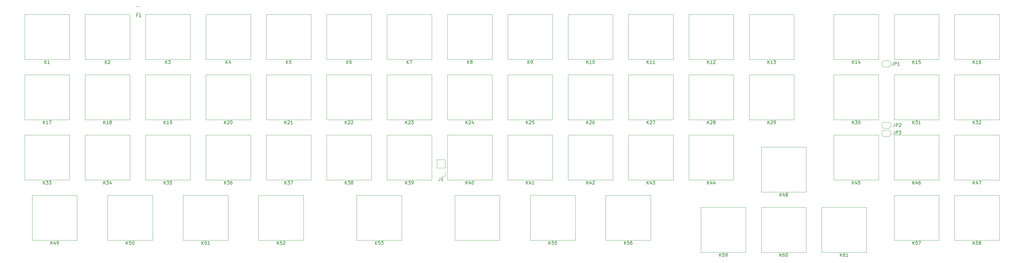
<source format=gbr>
G04 #@! TF.GenerationSoftware,KiCad,Pcbnew,8.0.1*
G04 #@! TF.CreationDate,2024-10-10T20:25:18+02:00*
G04 #@! TF.ProjectId,Mimic40,4d696d69-6334-4302-9e6b-696361645f70,0*
G04 #@! TF.SameCoordinates,Original*
G04 #@! TF.FileFunction,Legend,Top*
G04 #@! TF.FilePolarity,Positive*
%FSLAX46Y46*%
G04 Gerber Fmt 4.6, Leading zero omitted, Abs format (unit mm)*
G04 Created by KiCad (PCBNEW 8.0.1) date 2024-10-10 20:25:18*
%MOMM*%
%LPD*%
G01*
G04 APERTURE LIST*
%ADD10C,0.150000*%
%ADD11C,0.120000*%
G04 APERTURE END LIST*
D10*
X189761905Y-97354819D02*
X189761905Y-96354819D01*
X190333333Y-97354819D02*
X189904762Y-96783390D01*
X190333333Y-96354819D02*
X189761905Y-96926247D01*
X190666667Y-96354819D02*
X191333333Y-96354819D01*
X191333333Y-96354819D02*
X190904762Y-97354819D01*
X368355714Y-135454819D02*
X368355714Y-134454819D01*
X368927142Y-135454819D02*
X368498571Y-134883390D01*
X368927142Y-134454819D02*
X368355714Y-135026247D01*
X369784285Y-134788152D02*
X369784285Y-135454819D01*
X369546190Y-134407200D02*
X369308095Y-135121485D01*
X369308095Y-135121485D02*
X369927142Y-135121485D01*
X370212857Y-134454819D02*
X370879523Y-134454819D01*
X370879523Y-134454819D02*
X370450952Y-135454819D01*
X132135714Y-116404819D02*
X132135714Y-115404819D01*
X132707142Y-116404819D02*
X132278571Y-115833390D01*
X132707142Y-115404819D02*
X132135714Y-115976247D01*
X133088095Y-115500057D02*
X133135714Y-115452438D01*
X133135714Y-115452438D02*
X133230952Y-115404819D01*
X133230952Y-115404819D02*
X133469047Y-115404819D01*
X133469047Y-115404819D02*
X133564285Y-115452438D01*
X133564285Y-115452438D02*
X133611904Y-115500057D01*
X133611904Y-115500057D02*
X133659523Y-115595295D01*
X133659523Y-115595295D02*
X133659523Y-115690533D01*
X133659523Y-115690533D02*
X133611904Y-115833390D01*
X133611904Y-115833390D02*
X133040476Y-116404819D01*
X133040476Y-116404819D02*
X133659523Y-116404819D01*
X134278571Y-115404819D02*
X134373809Y-115404819D01*
X134373809Y-115404819D02*
X134469047Y-115452438D01*
X134469047Y-115452438D02*
X134516666Y-115500057D01*
X134516666Y-115500057D02*
X134564285Y-115595295D01*
X134564285Y-115595295D02*
X134611904Y-115785771D01*
X134611904Y-115785771D02*
X134611904Y-116023866D01*
X134611904Y-116023866D02*
X134564285Y-116214342D01*
X134564285Y-116214342D02*
X134516666Y-116309580D01*
X134516666Y-116309580D02*
X134469047Y-116357200D01*
X134469047Y-116357200D02*
X134373809Y-116404819D01*
X134373809Y-116404819D02*
X134278571Y-116404819D01*
X134278571Y-116404819D02*
X134183333Y-116357200D01*
X134183333Y-116357200D02*
X134135714Y-116309580D01*
X134135714Y-116309580D02*
X134088095Y-116214342D01*
X134088095Y-116214342D02*
X134040476Y-116023866D01*
X134040476Y-116023866D02*
X134040476Y-115785771D01*
X134040476Y-115785771D02*
X134088095Y-115595295D01*
X134088095Y-115595295D02*
X134135714Y-115500057D01*
X134135714Y-115500057D02*
X134183333Y-115452438D01*
X134183333Y-115452438D02*
X134278571Y-115404819D01*
X326445714Y-158314819D02*
X326445714Y-157314819D01*
X327017142Y-158314819D02*
X326588571Y-157743390D01*
X327017142Y-157314819D02*
X326445714Y-157886247D01*
X327874285Y-157314819D02*
X327683809Y-157314819D01*
X327683809Y-157314819D02*
X327588571Y-157362438D01*
X327588571Y-157362438D02*
X327540952Y-157410057D01*
X327540952Y-157410057D02*
X327445714Y-157552914D01*
X327445714Y-157552914D02*
X327398095Y-157743390D01*
X327398095Y-157743390D02*
X327398095Y-158124342D01*
X327398095Y-158124342D02*
X327445714Y-158219580D01*
X327445714Y-158219580D02*
X327493333Y-158267200D01*
X327493333Y-158267200D02*
X327588571Y-158314819D01*
X327588571Y-158314819D02*
X327779047Y-158314819D01*
X327779047Y-158314819D02*
X327874285Y-158267200D01*
X327874285Y-158267200D02*
X327921904Y-158219580D01*
X327921904Y-158219580D02*
X327969523Y-158124342D01*
X327969523Y-158124342D02*
X327969523Y-157886247D01*
X327969523Y-157886247D02*
X327921904Y-157791009D01*
X327921904Y-157791009D02*
X327874285Y-157743390D01*
X327874285Y-157743390D02*
X327779047Y-157695771D01*
X327779047Y-157695771D02*
X327588571Y-157695771D01*
X327588571Y-157695771D02*
X327493333Y-157743390D01*
X327493333Y-157743390D02*
X327445714Y-157791009D01*
X327445714Y-157791009D02*
X327398095Y-157886247D01*
X328921904Y-158314819D02*
X328350476Y-158314819D01*
X328636190Y-158314819D02*
X328636190Y-157314819D01*
X328636190Y-157314819D02*
X328540952Y-157457676D01*
X328540952Y-157457676D02*
X328445714Y-157552914D01*
X328445714Y-157552914D02*
X328350476Y-157600533D01*
X132135714Y-135454819D02*
X132135714Y-134454819D01*
X132707142Y-135454819D02*
X132278571Y-134883390D01*
X132707142Y-134454819D02*
X132135714Y-135026247D01*
X133040476Y-134454819D02*
X133659523Y-134454819D01*
X133659523Y-134454819D02*
X133326190Y-134835771D01*
X133326190Y-134835771D02*
X133469047Y-134835771D01*
X133469047Y-134835771D02*
X133564285Y-134883390D01*
X133564285Y-134883390D02*
X133611904Y-134931009D01*
X133611904Y-134931009D02*
X133659523Y-135026247D01*
X133659523Y-135026247D02*
X133659523Y-135264342D01*
X133659523Y-135264342D02*
X133611904Y-135359580D01*
X133611904Y-135359580D02*
X133564285Y-135407200D01*
X133564285Y-135407200D02*
X133469047Y-135454819D01*
X133469047Y-135454819D02*
X133183333Y-135454819D01*
X133183333Y-135454819D02*
X133088095Y-135407200D01*
X133088095Y-135407200D02*
X133040476Y-135359580D01*
X134516666Y-134454819D02*
X134326190Y-134454819D01*
X134326190Y-134454819D02*
X134230952Y-134502438D01*
X134230952Y-134502438D02*
X134183333Y-134550057D01*
X134183333Y-134550057D02*
X134088095Y-134692914D01*
X134088095Y-134692914D02*
X134040476Y-134883390D01*
X134040476Y-134883390D02*
X134040476Y-135264342D01*
X134040476Y-135264342D02*
X134088095Y-135359580D01*
X134088095Y-135359580D02*
X134135714Y-135407200D01*
X134135714Y-135407200D02*
X134230952Y-135454819D01*
X134230952Y-135454819D02*
X134421428Y-135454819D01*
X134421428Y-135454819D02*
X134516666Y-135407200D01*
X134516666Y-135407200D02*
X134564285Y-135359580D01*
X134564285Y-135359580D02*
X134611904Y-135264342D01*
X134611904Y-135264342D02*
X134611904Y-135026247D01*
X134611904Y-135026247D02*
X134564285Y-134931009D01*
X134564285Y-134931009D02*
X134516666Y-134883390D01*
X134516666Y-134883390D02*
X134421428Y-134835771D01*
X134421428Y-134835771D02*
X134230952Y-134835771D01*
X134230952Y-134835771D02*
X134135714Y-134883390D01*
X134135714Y-134883390D02*
X134088095Y-134931009D01*
X134088095Y-134931009D02*
X134040476Y-135026247D01*
X349305714Y-154504819D02*
X349305714Y-153504819D01*
X349877142Y-154504819D02*
X349448571Y-153933390D01*
X349877142Y-153504819D02*
X349305714Y-154076247D01*
X350781904Y-153504819D02*
X350305714Y-153504819D01*
X350305714Y-153504819D02*
X350258095Y-153981009D01*
X350258095Y-153981009D02*
X350305714Y-153933390D01*
X350305714Y-153933390D02*
X350400952Y-153885771D01*
X350400952Y-153885771D02*
X350639047Y-153885771D01*
X350639047Y-153885771D02*
X350734285Y-153933390D01*
X350734285Y-153933390D02*
X350781904Y-153981009D01*
X350781904Y-153981009D02*
X350829523Y-154076247D01*
X350829523Y-154076247D02*
X350829523Y-154314342D01*
X350829523Y-154314342D02*
X350781904Y-154409580D01*
X350781904Y-154409580D02*
X350734285Y-154457200D01*
X350734285Y-154457200D02*
X350639047Y-154504819D01*
X350639047Y-154504819D02*
X350400952Y-154504819D01*
X350400952Y-154504819D02*
X350305714Y-154457200D01*
X350305714Y-154457200D02*
X350258095Y-154409580D01*
X351162857Y-153504819D02*
X351829523Y-153504819D01*
X351829523Y-153504819D02*
X351400952Y-154504819D01*
X124991964Y-154504819D02*
X124991964Y-153504819D01*
X125563392Y-154504819D02*
X125134821Y-153933390D01*
X125563392Y-153504819D02*
X124991964Y-154076247D01*
X126468154Y-153504819D02*
X125991964Y-153504819D01*
X125991964Y-153504819D02*
X125944345Y-153981009D01*
X125944345Y-153981009D02*
X125991964Y-153933390D01*
X125991964Y-153933390D02*
X126087202Y-153885771D01*
X126087202Y-153885771D02*
X126325297Y-153885771D01*
X126325297Y-153885771D02*
X126420535Y-153933390D01*
X126420535Y-153933390D02*
X126468154Y-153981009D01*
X126468154Y-153981009D02*
X126515773Y-154076247D01*
X126515773Y-154076247D02*
X126515773Y-154314342D01*
X126515773Y-154314342D02*
X126468154Y-154409580D01*
X126468154Y-154409580D02*
X126420535Y-154457200D01*
X126420535Y-154457200D02*
X126325297Y-154504819D01*
X126325297Y-154504819D02*
X126087202Y-154504819D01*
X126087202Y-154504819D02*
X125991964Y-154457200D01*
X125991964Y-154457200D02*
X125944345Y-154409580D01*
X127468154Y-154504819D02*
X126896726Y-154504819D01*
X127182440Y-154504819D02*
X127182440Y-153504819D01*
X127182440Y-153504819D02*
X127087202Y-153647676D01*
X127087202Y-153647676D02*
X126991964Y-153742914D01*
X126991964Y-153742914D02*
X126896726Y-153790533D01*
X101179464Y-154504819D02*
X101179464Y-153504819D01*
X101750892Y-154504819D02*
X101322321Y-153933390D01*
X101750892Y-153504819D02*
X101179464Y-154076247D01*
X102655654Y-153504819D02*
X102179464Y-153504819D01*
X102179464Y-153504819D02*
X102131845Y-153981009D01*
X102131845Y-153981009D02*
X102179464Y-153933390D01*
X102179464Y-153933390D02*
X102274702Y-153885771D01*
X102274702Y-153885771D02*
X102512797Y-153885771D01*
X102512797Y-153885771D02*
X102608035Y-153933390D01*
X102608035Y-153933390D02*
X102655654Y-153981009D01*
X102655654Y-153981009D02*
X102703273Y-154076247D01*
X102703273Y-154076247D02*
X102703273Y-154314342D01*
X102703273Y-154314342D02*
X102655654Y-154409580D01*
X102655654Y-154409580D02*
X102608035Y-154457200D01*
X102608035Y-154457200D02*
X102512797Y-154504819D01*
X102512797Y-154504819D02*
X102274702Y-154504819D01*
X102274702Y-154504819D02*
X102179464Y-154457200D01*
X102179464Y-154457200D02*
X102131845Y-154409580D01*
X103322321Y-153504819D02*
X103417559Y-153504819D01*
X103417559Y-153504819D02*
X103512797Y-153552438D01*
X103512797Y-153552438D02*
X103560416Y-153600057D01*
X103560416Y-153600057D02*
X103608035Y-153695295D01*
X103608035Y-153695295D02*
X103655654Y-153885771D01*
X103655654Y-153885771D02*
X103655654Y-154123866D01*
X103655654Y-154123866D02*
X103608035Y-154314342D01*
X103608035Y-154314342D02*
X103560416Y-154409580D01*
X103560416Y-154409580D02*
X103512797Y-154457200D01*
X103512797Y-154457200D02*
X103417559Y-154504819D01*
X103417559Y-154504819D02*
X103322321Y-154504819D01*
X103322321Y-154504819D02*
X103227083Y-154457200D01*
X103227083Y-154457200D02*
X103179464Y-154409580D01*
X103179464Y-154409580D02*
X103131845Y-154314342D01*
X103131845Y-154314342D02*
X103084226Y-154123866D01*
X103084226Y-154123866D02*
X103084226Y-153885771D01*
X103084226Y-153885771D02*
X103131845Y-153695295D01*
X103131845Y-153695295D02*
X103179464Y-153600057D01*
X103179464Y-153600057D02*
X103227083Y-153552438D01*
X103227083Y-153552438D02*
X103322321Y-153504819D01*
X113085714Y-116404819D02*
X113085714Y-115404819D01*
X113657142Y-116404819D02*
X113228571Y-115833390D01*
X113657142Y-115404819D02*
X113085714Y-115976247D01*
X114609523Y-116404819D02*
X114038095Y-116404819D01*
X114323809Y-116404819D02*
X114323809Y-115404819D01*
X114323809Y-115404819D02*
X114228571Y-115547676D01*
X114228571Y-115547676D02*
X114133333Y-115642914D01*
X114133333Y-115642914D02*
X114038095Y-115690533D01*
X115085714Y-116404819D02*
X115276190Y-116404819D01*
X115276190Y-116404819D02*
X115371428Y-116357200D01*
X115371428Y-116357200D02*
X115419047Y-116309580D01*
X115419047Y-116309580D02*
X115514285Y-116166723D01*
X115514285Y-116166723D02*
X115561904Y-115976247D01*
X115561904Y-115976247D02*
X115561904Y-115595295D01*
X115561904Y-115595295D02*
X115514285Y-115500057D01*
X115514285Y-115500057D02*
X115466666Y-115452438D01*
X115466666Y-115452438D02*
X115371428Y-115404819D01*
X115371428Y-115404819D02*
X115180952Y-115404819D01*
X115180952Y-115404819D02*
X115085714Y-115452438D01*
X115085714Y-115452438D02*
X115038095Y-115500057D01*
X115038095Y-115500057D02*
X114990476Y-115595295D01*
X114990476Y-115595295D02*
X114990476Y-115833390D01*
X114990476Y-115833390D02*
X115038095Y-115928628D01*
X115038095Y-115928628D02*
X115085714Y-115976247D01*
X115085714Y-115976247D02*
X115180952Y-116023866D01*
X115180952Y-116023866D02*
X115371428Y-116023866D01*
X115371428Y-116023866D02*
X115466666Y-115976247D01*
X115466666Y-115976247D02*
X115514285Y-115928628D01*
X115514285Y-115928628D02*
X115561904Y-115833390D01*
X200166666Y-133359819D02*
X200166666Y-134074104D01*
X200166666Y-134074104D02*
X200119047Y-134216961D01*
X200119047Y-134216961D02*
X200023809Y-134312200D01*
X200023809Y-134312200D02*
X199880952Y-134359819D01*
X199880952Y-134359819D02*
X199785714Y-134359819D01*
X201166666Y-134359819D02*
X200595238Y-134359819D01*
X200880952Y-134359819D02*
X200880952Y-133359819D01*
X200880952Y-133359819D02*
X200785714Y-133502676D01*
X200785714Y-133502676D02*
X200690476Y-133597914D01*
X200690476Y-133597914D02*
X200595238Y-133645533D01*
X227385714Y-135454819D02*
X227385714Y-134454819D01*
X227957142Y-135454819D02*
X227528571Y-134883390D01*
X227957142Y-134454819D02*
X227385714Y-135026247D01*
X228814285Y-134788152D02*
X228814285Y-135454819D01*
X228576190Y-134407200D02*
X228338095Y-135121485D01*
X228338095Y-135121485D02*
X228957142Y-135121485D01*
X229861904Y-135454819D02*
X229290476Y-135454819D01*
X229576190Y-135454819D02*
X229576190Y-134454819D01*
X229576190Y-134454819D02*
X229480952Y-134597676D01*
X229480952Y-134597676D02*
X229385714Y-134692914D01*
X229385714Y-134692914D02*
X229290476Y-134740533D01*
X189285714Y-135454819D02*
X189285714Y-134454819D01*
X189857142Y-135454819D02*
X189428571Y-134883390D01*
X189857142Y-134454819D02*
X189285714Y-135026247D01*
X190190476Y-134454819D02*
X190809523Y-134454819D01*
X190809523Y-134454819D02*
X190476190Y-134835771D01*
X190476190Y-134835771D02*
X190619047Y-134835771D01*
X190619047Y-134835771D02*
X190714285Y-134883390D01*
X190714285Y-134883390D02*
X190761904Y-134931009D01*
X190761904Y-134931009D02*
X190809523Y-135026247D01*
X190809523Y-135026247D02*
X190809523Y-135264342D01*
X190809523Y-135264342D02*
X190761904Y-135359580D01*
X190761904Y-135359580D02*
X190714285Y-135407200D01*
X190714285Y-135407200D02*
X190619047Y-135454819D01*
X190619047Y-135454819D02*
X190333333Y-135454819D01*
X190333333Y-135454819D02*
X190238095Y-135407200D01*
X190238095Y-135407200D02*
X190190476Y-135359580D01*
X191285714Y-135454819D02*
X191476190Y-135454819D01*
X191476190Y-135454819D02*
X191571428Y-135407200D01*
X191571428Y-135407200D02*
X191619047Y-135359580D01*
X191619047Y-135359580D02*
X191714285Y-135216723D01*
X191714285Y-135216723D02*
X191761904Y-135026247D01*
X191761904Y-135026247D02*
X191761904Y-134645295D01*
X191761904Y-134645295D02*
X191714285Y-134550057D01*
X191714285Y-134550057D02*
X191666666Y-134502438D01*
X191666666Y-134502438D02*
X191571428Y-134454819D01*
X191571428Y-134454819D02*
X191380952Y-134454819D01*
X191380952Y-134454819D02*
X191285714Y-134502438D01*
X191285714Y-134502438D02*
X191238095Y-134550057D01*
X191238095Y-134550057D02*
X191190476Y-134645295D01*
X191190476Y-134645295D02*
X191190476Y-134883390D01*
X191190476Y-134883390D02*
X191238095Y-134978628D01*
X191238095Y-134978628D02*
X191285714Y-135026247D01*
X191285714Y-135026247D02*
X191380952Y-135073866D01*
X191380952Y-135073866D02*
X191571428Y-135073866D01*
X191571428Y-135073866D02*
X191666666Y-135026247D01*
X191666666Y-135026247D02*
X191714285Y-134978628D01*
X191714285Y-134978628D02*
X191761904Y-134883390D01*
X284535714Y-97354819D02*
X284535714Y-96354819D01*
X285107142Y-97354819D02*
X284678571Y-96783390D01*
X285107142Y-96354819D02*
X284535714Y-96926247D01*
X286059523Y-97354819D02*
X285488095Y-97354819D01*
X285773809Y-97354819D02*
X285773809Y-96354819D01*
X285773809Y-96354819D02*
X285678571Y-96497676D01*
X285678571Y-96497676D02*
X285583333Y-96592914D01*
X285583333Y-96592914D02*
X285488095Y-96640533D01*
X286440476Y-96450057D02*
X286488095Y-96402438D01*
X286488095Y-96402438D02*
X286583333Y-96354819D01*
X286583333Y-96354819D02*
X286821428Y-96354819D01*
X286821428Y-96354819D02*
X286916666Y-96402438D01*
X286916666Y-96402438D02*
X286964285Y-96450057D01*
X286964285Y-96450057D02*
X287011904Y-96545295D01*
X287011904Y-96545295D02*
X287011904Y-96640533D01*
X287011904Y-96640533D02*
X286964285Y-96783390D01*
X286964285Y-96783390D02*
X286392857Y-97354819D01*
X286392857Y-97354819D02*
X287011904Y-97354819D01*
X179760714Y-154504819D02*
X179760714Y-153504819D01*
X180332142Y-154504819D02*
X179903571Y-153933390D01*
X180332142Y-153504819D02*
X179760714Y-154076247D01*
X181236904Y-153504819D02*
X180760714Y-153504819D01*
X180760714Y-153504819D02*
X180713095Y-153981009D01*
X180713095Y-153981009D02*
X180760714Y-153933390D01*
X180760714Y-153933390D02*
X180855952Y-153885771D01*
X180855952Y-153885771D02*
X181094047Y-153885771D01*
X181094047Y-153885771D02*
X181189285Y-153933390D01*
X181189285Y-153933390D02*
X181236904Y-153981009D01*
X181236904Y-153981009D02*
X181284523Y-154076247D01*
X181284523Y-154076247D02*
X181284523Y-154314342D01*
X181284523Y-154314342D02*
X181236904Y-154409580D01*
X181236904Y-154409580D02*
X181189285Y-154457200D01*
X181189285Y-154457200D02*
X181094047Y-154504819D01*
X181094047Y-154504819D02*
X180855952Y-154504819D01*
X180855952Y-154504819D02*
X180760714Y-154457200D01*
X180760714Y-154457200D02*
X180713095Y-154409580D01*
X181617857Y-153504819D02*
X182236904Y-153504819D01*
X182236904Y-153504819D02*
X181903571Y-153885771D01*
X181903571Y-153885771D02*
X182046428Y-153885771D01*
X182046428Y-153885771D02*
X182141666Y-153933390D01*
X182141666Y-153933390D02*
X182189285Y-153981009D01*
X182189285Y-153981009D02*
X182236904Y-154076247D01*
X182236904Y-154076247D02*
X182236904Y-154314342D01*
X182236904Y-154314342D02*
X182189285Y-154409580D01*
X182189285Y-154409580D02*
X182141666Y-154457200D01*
X182141666Y-154457200D02*
X182046428Y-154504819D01*
X182046428Y-154504819D02*
X181760714Y-154504819D01*
X181760714Y-154504819D02*
X181665476Y-154457200D01*
X181665476Y-154457200D02*
X181617857Y-154409580D01*
X265485714Y-135454819D02*
X265485714Y-134454819D01*
X266057142Y-135454819D02*
X265628571Y-134883390D01*
X266057142Y-134454819D02*
X265485714Y-135026247D01*
X266914285Y-134788152D02*
X266914285Y-135454819D01*
X266676190Y-134407200D02*
X266438095Y-135121485D01*
X266438095Y-135121485D02*
X267057142Y-135121485D01*
X267342857Y-134454819D02*
X267961904Y-134454819D01*
X267961904Y-134454819D02*
X267628571Y-134835771D01*
X267628571Y-134835771D02*
X267771428Y-134835771D01*
X267771428Y-134835771D02*
X267866666Y-134883390D01*
X267866666Y-134883390D02*
X267914285Y-134931009D01*
X267914285Y-134931009D02*
X267961904Y-135026247D01*
X267961904Y-135026247D02*
X267961904Y-135264342D01*
X267961904Y-135264342D02*
X267914285Y-135359580D01*
X267914285Y-135359580D02*
X267866666Y-135407200D01*
X267866666Y-135407200D02*
X267771428Y-135454819D01*
X267771428Y-135454819D02*
X267485714Y-135454819D01*
X267485714Y-135454819D02*
X267390476Y-135407200D01*
X267390476Y-135407200D02*
X267342857Y-135359580D01*
X284535714Y-116404819D02*
X284535714Y-115404819D01*
X285107142Y-116404819D02*
X284678571Y-115833390D01*
X285107142Y-115404819D02*
X284535714Y-115976247D01*
X285488095Y-115500057D02*
X285535714Y-115452438D01*
X285535714Y-115452438D02*
X285630952Y-115404819D01*
X285630952Y-115404819D02*
X285869047Y-115404819D01*
X285869047Y-115404819D02*
X285964285Y-115452438D01*
X285964285Y-115452438D02*
X286011904Y-115500057D01*
X286011904Y-115500057D02*
X286059523Y-115595295D01*
X286059523Y-115595295D02*
X286059523Y-115690533D01*
X286059523Y-115690533D02*
X286011904Y-115833390D01*
X286011904Y-115833390D02*
X285440476Y-116404819D01*
X285440476Y-116404819D02*
X286059523Y-116404819D01*
X286630952Y-115833390D02*
X286535714Y-115785771D01*
X286535714Y-115785771D02*
X286488095Y-115738152D01*
X286488095Y-115738152D02*
X286440476Y-115642914D01*
X286440476Y-115642914D02*
X286440476Y-115595295D01*
X286440476Y-115595295D02*
X286488095Y-115500057D01*
X286488095Y-115500057D02*
X286535714Y-115452438D01*
X286535714Y-115452438D02*
X286630952Y-115404819D01*
X286630952Y-115404819D02*
X286821428Y-115404819D01*
X286821428Y-115404819D02*
X286916666Y-115452438D01*
X286916666Y-115452438D02*
X286964285Y-115500057D01*
X286964285Y-115500057D02*
X287011904Y-115595295D01*
X287011904Y-115595295D02*
X287011904Y-115642914D01*
X287011904Y-115642914D02*
X286964285Y-115738152D01*
X286964285Y-115738152D02*
X286916666Y-115785771D01*
X286916666Y-115785771D02*
X286821428Y-115833390D01*
X286821428Y-115833390D02*
X286630952Y-115833390D01*
X286630952Y-115833390D02*
X286535714Y-115881009D01*
X286535714Y-115881009D02*
X286488095Y-115928628D01*
X286488095Y-115928628D02*
X286440476Y-116023866D01*
X286440476Y-116023866D02*
X286440476Y-116214342D01*
X286440476Y-116214342D02*
X286488095Y-116309580D01*
X286488095Y-116309580D02*
X286535714Y-116357200D01*
X286535714Y-116357200D02*
X286630952Y-116404819D01*
X286630952Y-116404819D02*
X286821428Y-116404819D01*
X286821428Y-116404819D02*
X286916666Y-116357200D01*
X286916666Y-116357200D02*
X286964285Y-116309580D01*
X286964285Y-116309580D02*
X287011904Y-116214342D01*
X287011904Y-116214342D02*
X287011904Y-116023866D01*
X287011904Y-116023866D02*
X286964285Y-115928628D01*
X286964285Y-115928628D02*
X286916666Y-115881009D01*
X286916666Y-115881009D02*
X286821428Y-115833390D01*
X258341964Y-154504819D02*
X258341964Y-153504819D01*
X258913392Y-154504819D02*
X258484821Y-153933390D01*
X258913392Y-153504819D02*
X258341964Y-154076247D01*
X259818154Y-153504819D02*
X259341964Y-153504819D01*
X259341964Y-153504819D02*
X259294345Y-153981009D01*
X259294345Y-153981009D02*
X259341964Y-153933390D01*
X259341964Y-153933390D02*
X259437202Y-153885771D01*
X259437202Y-153885771D02*
X259675297Y-153885771D01*
X259675297Y-153885771D02*
X259770535Y-153933390D01*
X259770535Y-153933390D02*
X259818154Y-153981009D01*
X259818154Y-153981009D02*
X259865773Y-154076247D01*
X259865773Y-154076247D02*
X259865773Y-154314342D01*
X259865773Y-154314342D02*
X259818154Y-154409580D01*
X259818154Y-154409580D02*
X259770535Y-154457200D01*
X259770535Y-154457200D02*
X259675297Y-154504819D01*
X259675297Y-154504819D02*
X259437202Y-154504819D01*
X259437202Y-154504819D02*
X259341964Y-154457200D01*
X259341964Y-154457200D02*
X259294345Y-154409580D01*
X260722916Y-153504819D02*
X260532440Y-153504819D01*
X260532440Y-153504819D02*
X260437202Y-153552438D01*
X260437202Y-153552438D02*
X260389583Y-153600057D01*
X260389583Y-153600057D02*
X260294345Y-153742914D01*
X260294345Y-153742914D02*
X260246726Y-153933390D01*
X260246726Y-153933390D02*
X260246726Y-154314342D01*
X260246726Y-154314342D02*
X260294345Y-154409580D01*
X260294345Y-154409580D02*
X260341964Y-154457200D01*
X260341964Y-154457200D02*
X260437202Y-154504819D01*
X260437202Y-154504819D02*
X260627678Y-154504819D01*
X260627678Y-154504819D02*
X260722916Y-154457200D01*
X260722916Y-154457200D02*
X260770535Y-154409580D01*
X260770535Y-154409580D02*
X260818154Y-154314342D01*
X260818154Y-154314342D02*
X260818154Y-154076247D01*
X260818154Y-154076247D02*
X260770535Y-153981009D01*
X260770535Y-153981009D02*
X260722916Y-153933390D01*
X260722916Y-153933390D02*
X260627678Y-153885771D01*
X260627678Y-153885771D02*
X260437202Y-153885771D01*
X260437202Y-153885771D02*
X260341964Y-153933390D01*
X260341964Y-153933390D02*
X260294345Y-153981009D01*
X260294345Y-153981009D02*
X260246726Y-154076247D01*
X151185714Y-135454819D02*
X151185714Y-134454819D01*
X151757142Y-135454819D02*
X151328571Y-134883390D01*
X151757142Y-134454819D02*
X151185714Y-135026247D01*
X152090476Y-134454819D02*
X152709523Y-134454819D01*
X152709523Y-134454819D02*
X152376190Y-134835771D01*
X152376190Y-134835771D02*
X152519047Y-134835771D01*
X152519047Y-134835771D02*
X152614285Y-134883390D01*
X152614285Y-134883390D02*
X152661904Y-134931009D01*
X152661904Y-134931009D02*
X152709523Y-135026247D01*
X152709523Y-135026247D02*
X152709523Y-135264342D01*
X152709523Y-135264342D02*
X152661904Y-135359580D01*
X152661904Y-135359580D02*
X152614285Y-135407200D01*
X152614285Y-135407200D02*
X152519047Y-135454819D01*
X152519047Y-135454819D02*
X152233333Y-135454819D01*
X152233333Y-135454819D02*
X152138095Y-135407200D01*
X152138095Y-135407200D02*
X152090476Y-135359580D01*
X153042857Y-134454819D02*
X153709523Y-134454819D01*
X153709523Y-134454819D02*
X153280952Y-135454819D01*
X330255714Y-116404819D02*
X330255714Y-115404819D01*
X330827142Y-116404819D02*
X330398571Y-115833390D01*
X330827142Y-115404819D02*
X330255714Y-115976247D01*
X331160476Y-115404819D02*
X331779523Y-115404819D01*
X331779523Y-115404819D02*
X331446190Y-115785771D01*
X331446190Y-115785771D02*
X331589047Y-115785771D01*
X331589047Y-115785771D02*
X331684285Y-115833390D01*
X331684285Y-115833390D02*
X331731904Y-115881009D01*
X331731904Y-115881009D02*
X331779523Y-115976247D01*
X331779523Y-115976247D02*
X331779523Y-116214342D01*
X331779523Y-116214342D02*
X331731904Y-116309580D01*
X331731904Y-116309580D02*
X331684285Y-116357200D01*
X331684285Y-116357200D02*
X331589047Y-116404819D01*
X331589047Y-116404819D02*
X331303333Y-116404819D01*
X331303333Y-116404819D02*
X331208095Y-116357200D01*
X331208095Y-116357200D02*
X331160476Y-116309580D01*
X332398571Y-115404819D02*
X332493809Y-115404819D01*
X332493809Y-115404819D02*
X332589047Y-115452438D01*
X332589047Y-115452438D02*
X332636666Y-115500057D01*
X332636666Y-115500057D02*
X332684285Y-115595295D01*
X332684285Y-115595295D02*
X332731904Y-115785771D01*
X332731904Y-115785771D02*
X332731904Y-116023866D01*
X332731904Y-116023866D02*
X332684285Y-116214342D01*
X332684285Y-116214342D02*
X332636666Y-116309580D01*
X332636666Y-116309580D02*
X332589047Y-116357200D01*
X332589047Y-116357200D02*
X332493809Y-116404819D01*
X332493809Y-116404819D02*
X332398571Y-116404819D01*
X332398571Y-116404819D02*
X332303333Y-116357200D01*
X332303333Y-116357200D02*
X332255714Y-116309580D01*
X332255714Y-116309580D02*
X332208095Y-116214342D01*
X332208095Y-116214342D02*
X332160476Y-116023866D01*
X332160476Y-116023866D02*
X332160476Y-115785771D01*
X332160476Y-115785771D02*
X332208095Y-115595295D01*
X332208095Y-115595295D02*
X332255714Y-115500057D01*
X332255714Y-115500057D02*
X332303333Y-115452438D01*
X332303333Y-115452438D02*
X332398571Y-115404819D01*
X265485714Y-116404819D02*
X265485714Y-115404819D01*
X266057142Y-116404819D02*
X265628571Y-115833390D01*
X266057142Y-115404819D02*
X265485714Y-115976247D01*
X266438095Y-115500057D02*
X266485714Y-115452438D01*
X266485714Y-115452438D02*
X266580952Y-115404819D01*
X266580952Y-115404819D02*
X266819047Y-115404819D01*
X266819047Y-115404819D02*
X266914285Y-115452438D01*
X266914285Y-115452438D02*
X266961904Y-115500057D01*
X266961904Y-115500057D02*
X267009523Y-115595295D01*
X267009523Y-115595295D02*
X267009523Y-115690533D01*
X267009523Y-115690533D02*
X266961904Y-115833390D01*
X266961904Y-115833390D02*
X266390476Y-116404819D01*
X266390476Y-116404819D02*
X267009523Y-116404819D01*
X267342857Y-115404819D02*
X268009523Y-115404819D01*
X268009523Y-115404819D02*
X267580952Y-116404819D01*
X349305714Y-135454819D02*
X349305714Y-134454819D01*
X349877142Y-135454819D02*
X349448571Y-134883390D01*
X349877142Y-134454819D02*
X349305714Y-135026247D01*
X350734285Y-134788152D02*
X350734285Y-135454819D01*
X350496190Y-134407200D02*
X350258095Y-135121485D01*
X350258095Y-135121485D02*
X350877142Y-135121485D01*
X351686666Y-134454819D02*
X351496190Y-134454819D01*
X351496190Y-134454819D02*
X351400952Y-134502438D01*
X351400952Y-134502438D02*
X351353333Y-134550057D01*
X351353333Y-134550057D02*
X351258095Y-134692914D01*
X351258095Y-134692914D02*
X351210476Y-134883390D01*
X351210476Y-134883390D02*
X351210476Y-135264342D01*
X351210476Y-135264342D02*
X351258095Y-135359580D01*
X351258095Y-135359580D02*
X351305714Y-135407200D01*
X351305714Y-135407200D02*
X351400952Y-135454819D01*
X351400952Y-135454819D02*
X351591428Y-135454819D01*
X351591428Y-135454819D02*
X351686666Y-135407200D01*
X351686666Y-135407200D02*
X351734285Y-135359580D01*
X351734285Y-135359580D02*
X351781904Y-135264342D01*
X351781904Y-135264342D02*
X351781904Y-135026247D01*
X351781904Y-135026247D02*
X351734285Y-134931009D01*
X351734285Y-134931009D02*
X351686666Y-134883390D01*
X351686666Y-134883390D02*
X351591428Y-134835771D01*
X351591428Y-134835771D02*
X351400952Y-134835771D01*
X351400952Y-134835771D02*
X351305714Y-134883390D01*
X351305714Y-134883390D02*
X351258095Y-134931009D01*
X351258095Y-134931009D02*
X351210476Y-135026247D01*
X113561905Y-97354819D02*
X113561905Y-96354819D01*
X114133333Y-97354819D02*
X113704762Y-96783390D01*
X114133333Y-96354819D02*
X113561905Y-96926247D01*
X114466667Y-96354819D02*
X115085714Y-96354819D01*
X115085714Y-96354819D02*
X114752381Y-96735771D01*
X114752381Y-96735771D02*
X114895238Y-96735771D01*
X114895238Y-96735771D02*
X114990476Y-96783390D01*
X114990476Y-96783390D02*
X115038095Y-96831009D01*
X115038095Y-96831009D02*
X115085714Y-96926247D01*
X115085714Y-96926247D02*
X115085714Y-97164342D01*
X115085714Y-97164342D02*
X115038095Y-97259580D01*
X115038095Y-97259580D02*
X114990476Y-97307200D01*
X114990476Y-97307200D02*
X114895238Y-97354819D01*
X114895238Y-97354819D02*
X114609524Y-97354819D01*
X114609524Y-97354819D02*
X114514286Y-97307200D01*
X114514286Y-97307200D02*
X114466667Y-97259580D01*
X148804464Y-154504819D02*
X148804464Y-153504819D01*
X149375892Y-154504819D02*
X148947321Y-153933390D01*
X149375892Y-153504819D02*
X148804464Y-154076247D01*
X150280654Y-153504819D02*
X149804464Y-153504819D01*
X149804464Y-153504819D02*
X149756845Y-153981009D01*
X149756845Y-153981009D02*
X149804464Y-153933390D01*
X149804464Y-153933390D02*
X149899702Y-153885771D01*
X149899702Y-153885771D02*
X150137797Y-153885771D01*
X150137797Y-153885771D02*
X150233035Y-153933390D01*
X150233035Y-153933390D02*
X150280654Y-153981009D01*
X150280654Y-153981009D02*
X150328273Y-154076247D01*
X150328273Y-154076247D02*
X150328273Y-154314342D01*
X150328273Y-154314342D02*
X150280654Y-154409580D01*
X150280654Y-154409580D02*
X150233035Y-154457200D01*
X150233035Y-154457200D02*
X150137797Y-154504819D01*
X150137797Y-154504819D02*
X149899702Y-154504819D01*
X149899702Y-154504819D02*
X149804464Y-154457200D01*
X149804464Y-154457200D02*
X149756845Y-154409580D01*
X150709226Y-153600057D02*
X150756845Y-153552438D01*
X150756845Y-153552438D02*
X150852083Y-153504819D01*
X150852083Y-153504819D02*
X151090178Y-153504819D01*
X151090178Y-153504819D02*
X151185416Y-153552438D01*
X151185416Y-153552438D02*
X151233035Y-153600057D01*
X151233035Y-153600057D02*
X151280654Y-153695295D01*
X151280654Y-153695295D02*
X151280654Y-153790533D01*
X151280654Y-153790533D02*
X151233035Y-153933390D01*
X151233035Y-153933390D02*
X150661607Y-154504819D01*
X150661607Y-154504819D02*
X151280654Y-154504819D01*
X330255714Y-97354819D02*
X330255714Y-96354819D01*
X330827142Y-97354819D02*
X330398571Y-96783390D01*
X330827142Y-96354819D02*
X330255714Y-96926247D01*
X331779523Y-97354819D02*
X331208095Y-97354819D01*
X331493809Y-97354819D02*
X331493809Y-96354819D01*
X331493809Y-96354819D02*
X331398571Y-96497676D01*
X331398571Y-96497676D02*
X331303333Y-96592914D01*
X331303333Y-96592914D02*
X331208095Y-96640533D01*
X332636666Y-96688152D02*
X332636666Y-97354819D01*
X332398571Y-96307200D02*
X332160476Y-97021485D01*
X332160476Y-97021485D02*
X332779523Y-97021485D01*
X307395714Y-139264819D02*
X307395714Y-138264819D01*
X307967142Y-139264819D02*
X307538571Y-138693390D01*
X307967142Y-138264819D02*
X307395714Y-138836247D01*
X308824285Y-138598152D02*
X308824285Y-139264819D01*
X308586190Y-138217200D02*
X308348095Y-138931485D01*
X308348095Y-138931485D02*
X308967142Y-138931485D01*
X309490952Y-138693390D02*
X309395714Y-138645771D01*
X309395714Y-138645771D02*
X309348095Y-138598152D01*
X309348095Y-138598152D02*
X309300476Y-138502914D01*
X309300476Y-138502914D02*
X309300476Y-138455295D01*
X309300476Y-138455295D02*
X309348095Y-138360057D01*
X309348095Y-138360057D02*
X309395714Y-138312438D01*
X309395714Y-138312438D02*
X309490952Y-138264819D01*
X309490952Y-138264819D02*
X309681428Y-138264819D01*
X309681428Y-138264819D02*
X309776666Y-138312438D01*
X309776666Y-138312438D02*
X309824285Y-138360057D01*
X309824285Y-138360057D02*
X309871904Y-138455295D01*
X309871904Y-138455295D02*
X309871904Y-138502914D01*
X309871904Y-138502914D02*
X309824285Y-138598152D01*
X309824285Y-138598152D02*
X309776666Y-138645771D01*
X309776666Y-138645771D02*
X309681428Y-138693390D01*
X309681428Y-138693390D02*
X309490952Y-138693390D01*
X309490952Y-138693390D02*
X309395714Y-138741009D01*
X309395714Y-138741009D02*
X309348095Y-138788628D01*
X309348095Y-138788628D02*
X309300476Y-138883866D01*
X309300476Y-138883866D02*
X309300476Y-139074342D01*
X309300476Y-139074342D02*
X309348095Y-139169580D01*
X309348095Y-139169580D02*
X309395714Y-139217200D01*
X309395714Y-139217200D02*
X309490952Y-139264819D01*
X309490952Y-139264819D02*
X309681428Y-139264819D01*
X309681428Y-139264819D02*
X309776666Y-139217200D01*
X309776666Y-139217200D02*
X309824285Y-139169580D01*
X309824285Y-139169580D02*
X309871904Y-139074342D01*
X309871904Y-139074342D02*
X309871904Y-138883866D01*
X309871904Y-138883866D02*
X309824285Y-138788628D01*
X309824285Y-138788628D02*
X309776666Y-138741009D01*
X309776666Y-138741009D02*
X309681428Y-138693390D01*
X330255714Y-135454819D02*
X330255714Y-134454819D01*
X330827142Y-135454819D02*
X330398571Y-134883390D01*
X330827142Y-134454819D02*
X330255714Y-135026247D01*
X331684285Y-134788152D02*
X331684285Y-135454819D01*
X331446190Y-134407200D02*
X331208095Y-135121485D01*
X331208095Y-135121485D02*
X331827142Y-135121485D01*
X332684285Y-134454819D02*
X332208095Y-134454819D01*
X332208095Y-134454819D02*
X332160476Y-134931009D01*
X332160476Y-134931009D02*
X332208095Y-134883390D01*
X332208095Y-134883390D02*
X332303333Y-134835771D01*
X332303333Y-134835771D02*
X332541428Y-134835771D01*
X332541428Y-134835771D02*
X332636666Y-134883390D01*
X332636666Y-134883390D02*
X332684285Y-134931009D01*
X332684285Y-134931009D02*
X332731904Y-135026247D01*
X332731904Y-135026247D02*
X332731904Y-135264342D01*
X332731904Y-135264342D02*
X332684285Y-135359580D01*
X332684285Y-135359580D02*
X332636666Y-135407200D01*
X332636666Y-135407200D02*
X332541428Y-135454819D01*
X332541428Y-135454819D02*
X332303333Y-135454819D01*
X332303333Y-135454819D02*
X332208095Y-135407200D01*
X332208095Y-135407200D02*
X332160476Y-135359580D01*
X349305714Y-97354819D02*
X349305714Y-96354819D01*
X349877142Y-97354819D02*
X349448571Y-96783390D01*
X349877142Y-96354819D02*
X349305714Y-96926247D01*
X350829523Y-97354819D02*
X350258095Y-97354819D01*
X350543809Y-97354819D02*
X350543809Y-96354819D01*
X350543809Y-96354819D02*
X350448571Y-96497676D01*
X350448571Y-96497676D02*
X350353333Y-96592914D01*
X350353333Y-96592914D02*
X350258095Y-96640533D01*
X351734285Y-96354819D02*
X351258095Y-96354819D01*
X351258095Y-96354819D02*
X351210476Y-96831009D01*
X351210476Y-96831009D02*
X351258095Y-96783390D01*
X351258095Y-96783390D02*
X351353333Y-96735771D01*
X351353333Y-96735771D02*
X351591428Y-96735771D01*
X351591428Y-96735771D02*
X351686666Y-96783390D01*
X351686666Y-96783390D02*
X351734285Y-96831009D01*
X351734285Y-96831009D02*
X351781904Y-96926247D01*
X351781904Y-96926247D02*
X351781904Y-97164342D01*
X351781904Y-97164342D02*
X351734285Y-97259580D01*
X351734285Y-97259580D02*
X351686666Y-97307200D01*
X351686666Y-97307200D02*
X351591428Y-97354819D01*
X351591428Y-97354819D02*
X351353333Y-97354819D01*
X351353333Y-97354819D02*
X351258095Y-97307200D01*
X351258095Y-97307200D02*
X351210476Y-97259580D01*
X94035714Y-116404819D02*
X94035714Y-115404819D01*
X94607142Y-116404819D02*
X94178571Y-115833390D01*
X94607142Y-115404819D02*
X94035714Y-115976247D01*
X95559523Y-116404819D02*
X94988095Y-116404819D01*
X95273809Y-116404819D02*
X95273809Y-115404819D01*
X95273809Y-115404819D02*
X95178571Y-115547676D01*
X95178571Y-115547676D02*
X95083333Y-115642914D01*
X95083333Y-115642914D02*
X94988095Y-115690533D01*
X96130952Y-115833390D02*
X96035714Y-115785771D01*
X96035714Y-115785771D02*
X95988095Y-115738152D01*
X95988095Y-115738152D02*
X95940476Y-115642914D01*
X95940476Y-115642914D02*
X95940476Y-115595295D01*
X95940476Y-115595295D02*
X95988095Y-115500057D01*
X95988095Y-115500057D02*
X96035714Y-115452438D01*
X96035714Y-115452438D02*
X96130952Y-115404819D01*
X96130952Y-115404819D02*
X96321428Y-115404819D01*
X96321428Y-115404819D02*
X96416666Y-115452438D01*
X96416666Y-115452438D02*
X96464285Y-115500057D01*
X96464285Y-115500057D02*
X96511904Y-115595295D01*
X96511904Y-115595295D02*
X96511904Y-115642914D01*
X96511904Y-115642914D02*
X96464285Y-115738152D01*
X96464285Y-115738152D02*
X96416666Y-115785771D01*
X96416666Y-115785771D02*
X96321428Y-115833390D01*
X96321428Y-115833390D02*
X96130952Y-115833390D01*
X96130952Y-115833390D02*
X96035714Y-115881009D01*
X96035714Y-115881009D02*
X95988095Y-115928628D01*
X95988095Y-115928628D02*
X95940476Y-116023866D01*
X95940476Y-116023866D02*
X95940476Y-116214342D01*
X95940476Y-116214342D02*
X95988095Y-116309580D01*
X95988095Y-116309580D02*
X96035714Y-116357200D01*
X96035714Y-116357200D02*
X96130952Y-116404819D01*
X96130952Y-116404819D02*
X96321428Y-116404819D01*
X96321428Y-116404819D02*
X96416666Y-116357200D01*
X96416666Y-116357200D02*
X96464285Y-116309580D01*
X96464285Y-116309580D02*
X96511904Y-116214342D01*
X96511904Y-116214342D02*
X96511904Y-116023866D01*
X96511904Y-116023866D02*
X96464285Y-115928628D01*
X96464285Y-115928628D02*
X96416666Y-115881009D01*
X96416666Y-115881009D02*
X96321428Y-115833390D01*
X246435714Y-135454819D02*
X246435714Y-134454819D01*
X247007142Y-135454819D02*
X246578571Y-134883390D01*
X247007142Y-134454819D02*
X246435714Y-135026247D01*
X247864285Y-134788152D02*
X247864285Y-135454819D01*
X247626190Y-134407200D02*
X247388095Y-135121485D01*
X247388095Y-135121485D02*
X248007142Y-135121485D01*
X248340476Y-134550057D02*
X248388095Y-134502438D01*
X248388095Y-134502438D02*
X248483333Y-134454819D01*
X248483333Y-134454819D02*
X248721428Y-134454819D01*
X248721428Y-134454819D02*
X248816666Y-134502438D01*
X248816666Y-134502438D02*
X248864285Y-134550057D01*
X248864285Y-134550057D02*
X248911904Y-134645295D01*
X248911904Y-134645295D02*
X248911904Y-134740533D01*
X248911904Y-134740533D02*
X248864285Y-134883390D01*
X248864285Y-134883390D02*
X248292857Y-135454819D01*
X248292857Y-135454819D02*
X248911904Y-135454819D01*
X74985714Y-135454819D02*
X74985714Y-134454819D01*
X75557142Y-135454819D02*
X75128571Y-134883390D01*
X75557142Y-134454819D02*
X74985714Y-135026247D01*
X75890476Y-134454819D02*
X76509523Y-134454819D01*
X76509523Y-134454819D02*
X76176190Y-134835771D01*
X76176190Y-134835771D02*
X76319047Y-134835771D01*
X76319047Y-134835771D02*
X76414285Y-134883390D01*
X76414285Y-134883390D02*
X76461904Y-134931009D01*
X76461904Y-134931009D02*
X76509523Y-135026247D01*
X76509523Y-135026247D02*
X76509523Y-135264342D01*
X76509523Y-135264342D02*
X76461904Y-135359580D01*
X76461904Y-135359580D02*
X76414285Y-135407200D01*
X76414285Y-135407200D02*
X76319047Y-135454819D01*
X76319047Y-135454819D02*
X76033333Y-135454819D01*
X76033333Y-135454819D02*
X75938095Y-135407200D01*
X75938095Y-135407200D02*
X75890476Y-135359580D01*
X76842857Y-134454819D02*
X77461904Y-134454819D01*
X77461904Y-134454819D02*
X77128571Y-134835771D01*
X77128571Y-134835771D02*
X77271428Y-134835771D01*
X77271428Y-134835771D02*
X77366666Y-134883390D01*
X77366666Y-134883390D02*
X77414285Y-134931009D01*
X77414285Y-134931009D02*
X77461904Y-135026247D01*
X77461904Y-135026247D02*
X77461904Y-135264342D01*
X77461904Y-135264342D02*
X77414285Y-135359580D01*
X77414285Y-135359580D02*
X77366666Y-135407200D01*
X77366666Y-135407200D02*
X77271428Y-135454819D01*
X77271428Y-135454819D02*
X76985714Y-135454819D01*
X76985714Y-135454819D02*
X76890476Y-135407200D01*
X76890476Y-135407200D02*
X76842857Y-135359580D01*
X246435714Y-116404819D02*
X246435714Y-115404819D01*
X247007142Y-116404819D02*
X246578571Y-115833390D01*
X247007142Y-115404819D02*
X246435714Y-115976247D01*
X247388095Y-115500057D02*
X247435714Y-115452438D01*
X247435714Y-115452438D02*
X247530952Y-115404819D01*
X247530952Y-115404819D02*
X247769047Y-115404819D01*
X247769047Y-115404819D02*
X247864285Y-115452438D01*
X247864285Y-115452438D02*
X247911904Y-115500057D01*
X247911904Y-115500057D02*
X247959523Y-115595295D01*
X247959523Y-115595295D02*
X247959523Y-115690533D01*
X247959523Y-115690533D02*
X247911904Y-115833390D01*
X247911904Y-115833390D02*
X247340476Y-116404819D01*
X247340476Y-116404819D02*
X247959523Y-116404819D01*
X248816666Y-115404819D02*
X248626190Y-115404819D01*
X248626190Y-115404819D02*
X248530952Y-115452438D01*
X248530952Y-115452438D02*
X248483333Y-115500057D01*
X248483333Y-115500057D02*
X248388095Y-115642914D01*
X248388095Y-115642914D02*
X248340476Y-115833390D01*
X248340476Y-115833390D02*
X248340476Y-116214342D01*
X248340476Y-116214342D02*
X248388095Y-116309580D01*
X248388095Y-116309580D02*
X248435714Y-116357200D01*
X248435714Y-116357200D02*
X248530952Y-116404819D01*
X248530952Y-116404819D02*
X248721428Y-116404819D01*
X248721428Y-116404819D02*
X248816666Y-116357200D01*
X248816666Y-116357200D02*
X248864285Y-116309580D01*
X248864285Y-116309580D02*
X248911904Y-116214342D01*
X248911904Y-116214342D02*
X248911904Y-115976247D01*
X248911904Y-115976247D02*
X248864285Y-115881009D01*
X248864285Y-115881009D02*
X248816666Y-115833390D01*
X248816666Y-115833390D02*
X248721428Y-115785771D01*
X248721428Y-115785771D02*
X248530952Y-115785771D01*
X248530952Y-115785771D02*
X248435714Y-115833390D01*
X248435714Y-115833390D02*
X248388095Y-115881009D01*
X248388095Y-115881009D02*
X248340476Y-115976247D01*
X343616666Y-116254819D02*
X343616666Y-116969104D01*
X343616666Y-116969104D02*
X343569047Y-117111961D01*
X343569047Y-117111961D02*
X343473809Y-117207200D01*
X343473809Y-117207200D02*
X343330952Y-117254819D01*
X343330952Y-117254819D02*
X343235714Y-117254819D01*
X344092857Y-117254819D02*
X344092857Y-116254819D01*
X344092857Y-116254819D02*
X344473809Y-116254819D01*
X344473809Y-116254819D02*
X344569047Y-116302438D01*
X344569047Y-116302438D02*
X344616666Y-116350057D01*
X344616666Y-116350057D02*
X344664285Y-116445295D01*
X344664285Y-116445295D02*
X344664285Y-116588152D01*
X344664285Y-116588152D02*
X344616666Y-116683390D01*
X344616666Y-116683390D02*
X344569047Y-116731009D01*
X344569047Y-116731009D02*
X344473809Y-116778628D01*
X344473809Y-116778628D02*
X344092857Y-116778628D01*
X345045238Y-116350057D02*
X345092857Y-116302438D01*
X345092857Y-116302438D02*
X345188095Y-116254819D01*
X345188095Y-116254819D02*
X345426190Y-116254819D01*
X345426190Y-116254819D02*
X345521428Y-116302438D01*
X345521428Y-116302438D02*
X345569047Y-116350057D01*
X345569047Y-116350057D02*
X345616666Y-116445295D01*
X345616666Y-116445295D02*
X345616666Y-116540533D01*
X345616666Y-116540533D02*
X345569047Y-116683390D01*
X345569047Y-116683390D02*
X344997619Y-117254819D01*
X344997619Y-117254819D02*
X345616666Y-117254819D01*
X208335714Y-135454819D02*
X208335714Y-134454819D01*
X208907142Y-135454819D02*
X208478571Y-134883390D01*
X208907142Y-134454819D02*
X208335714Y-135026247D01*
X209764285Y-134788152D02*
X209764285Y-135454819D01*
X209526190Y-134407200D02*
X209288095Y-135121485D01*
X209288095Y-135121485D02*
X209907142Y-135121485D01*
X210478571Y-134454819D02*
X210573809Y-134454819D01*
X210573809Y-134454819D02*
X210669047Y-134502438D01*
X210669047Y-134502438D02*
X210716666Y-134550057D01*
X210716666Y-134550057D02*
X210764285Y-134645295D01*
X210764285Y-134645295D02*
X210811904Y-134835771D01*
X210811904Y-134835771D02*
X210811904Y-135073866D01*
X210811904Y-135073866D02*
X210764285Y-135264342D01*
X210764285Y-135264342D02*
X210716666Y-135359580D01*
X210716666Y-135359580D02*
X210669047Y-135407200D01*
X210669047Y-135407200D02*
X210573809Y-135454819D01*
X210573809Y-135454819D02*
X210478571Y-135454819D01*
X210478571Y-135454819D02*
X210383333Y-135407200D01*
X210383333Y-135407200D02*
X210335714Y-135359580D01*
X210335714Y-135359580D02*
X210288095Y-135264342D01*
X210288095Y-135264342D02*
X210240476Y-135073866D01*
X210240476Y-135073866D02*
X210240476Y-134835771D01*
X210240476Y-134835771D02*
X210288095Y-134645295D01*
X210288095Y-134645295D02*
X210335714Y-134550057D01*
X210335714Y-134550057D02*
X210383333Y-134502438D01*
X210383333Y-134502438D02*
X210478571Y-134454819D01*
X94035714Y-135454819D02*
X94035714Y-134454819D01*
X94607142Y-135454819D02*
X94178571Y-134883390D01*
X94607142Y-134454819D02*
X94035714Y-135026247D01*
X94940476Y-134454819D02*
X95559523Y-134454819D01*
X95559523Y-134454819D02*
X95226190Y-134835771D01*
X95226190Y-134835771D02*
X95369047Y-134835771D01*
X95369047Y-134835771D02*
X95464285Y-134883390D01*
X95464285Y-134883390D02*
X95511904Y-134931009D01*
X95511904Y-134931009D02*
X95559523Y-135026247D01*
X95559523Y-135026247D02*
X95559523Y-135264342D01*
X95559523Y-135264342D02*
X95511904Y-135359580D01*
X95511904Y-135359580D02*
X95464285Y-135407200D01*
X95464285Y-135407200D02*
X95369047Y-135454819D01*
X95369047Y-135454819D02*
X95083333Y-135454819D01*
X95083333Y-135454819D02*
X94988095Y-135407200D01*
X94988095Y-135407200D02*
X94940476Y-135359580D01*
X96416666Y-134788152D02*
X96416666Y-135454819D01*
X96178571Y-134407200D02*
X95940476Y-135121485D01*
X95940476Y-135121485D02*
X96559523Y-135121485D01*
X94511905Y-97354819D02*
X94511905Y-96354819D01*
X95083333Y-97354819D02*
X94654762Y-96783390D01*
X95083333Y-96354819D02*
X94511905Y-96926247D01*
X95464286Y-96450057D02*
X95511905Y-96402438D01*
X95511905Y-96402438D02*
X95607143Y-96354819D01*
X95607143Y-96354819D02*
X95845238Y-96354819D01*
X95845238Y-96354819D02*
X95940476Y-96402438D01*
X95940476Y-96402438D02*
X95988095Y-96450057D01*
X95988095Y-96450057D02*
X96035714Y-96545295D01*
X96035714Y-96545295D02*
X96035714Y-96640533D01*
X96035714Y-96640533D02*
X95988095Y-96783390D01*
X95988095Y-96783390D02*
X95416667Y-97354819D01*
X95416667Y-97354819D02*
X96035714Y-97354819D01*
X132611905Y-97354819D02*
X132611905Y-96354819D01*
X133183333Y-97354819D02*
X132754762Y-96783390D01*
X133183333Y-96354819D02*
X132611905Y-96926247D01*
X134040476Y-96688152D02*
X134040476Y-97354819D01*
X133802381Y-96307200D02*
X133564286Y-97021485D01*
X133564286Y-97021485D02*
X134183333Y-97021485D01*
X227861905Y-97354819D02*
X227861905Y-96354819D01*
X228433333Y-97354819D02*
X228004762Y-96783390D01*
X228433333Y-96354819D02*
X227861905Y-96926247D01*
X228909524Y-97354819D02*
X229100000Y-97354819D01*
X229100000Y-97354819D02*
X229195238Y-97307200D01*
X229195238Y-97307200D02*
X229242857Y-97259580D01*
X229242857Y-97259580D02*
X229338095Y-97116723D01*
X229338095Y-97116723D02*
X229385714Y-96926247D01*
X229385714Y-96926247D02*
X229385714Y-96545295D01*
X229385714Y-96545295D02*
X229338095Y-96450057D01*
X229338095Y-96450057D02*
X229290476Y-96402438D01*
X229290476Y-96402438D02*
X229195238Y-96354819D01*
X229195238Y-96354819D02*
X229004762Y-96354819D01*
X229004762Y-96354819D02*
X228909524Y-96402438D01*
X228909524Y-96402438D02*
X228861905Y-96450057D01*
X228861905Y-96450057D02*
X228814286Y-96545295D01*
X228814286Y-96545295D02*
X228814286Y-96783390D01*
X228814286Y-96783390D02*
X228861905Y-96878628D01*
X228861905Y-96878628D02*
X228909524Y-96926247D01*
X228909524Y-96926247D02*
X229004762Y-96973866D01*
X229004762Y-96973866D02*
X229195238Y-96973866D01*
X229195238Y-96973866D02*
X229290476Y-96926247D01*
X229290476Y-96926247D02*
X229338095Y-96878628D01*
X229338095Y-96878628D02*
X229385714Y-96783390D01*
X227385714Y-116404819D02*
X227385714Y-115404819D01*
X227957142Y-116404819D02*
X227528571Y-115833390D01*
X227957142Y-115404819D02*
X227385714Y-115976247D01*
X228338095Y-115500057D02*
X228385714Y-115452438D01*
X228385714Y-115452438D02*
X228480952Y-115404819D01*
X228480952Y-115404819D02*
X228719047Y-115404819D01*
X228719047Y-115404819D02*
X228814285Y-115452438D01*
X228814285Y-115452438D02*
X228861904Y-115500057D01*
X228861904Y-115500057D02*
X228909523Y-115595295D01*
X228909523Y-115595295D02*
X228909523Y-115690533D01*
X228909523Y-115690533D02*
X228861904Y-115833390D01*
X228861904Y-115833390D02*
X228290476Y-116404819D01*
X228290476Y-116404819D02*
X228909523Y-116404819D01*
X229814285Y-115404819D02*
X229338095Y-115404819D01*
X229338095Y-115404819D02*
X229290476Y-115881009D01*
X229290476Y-115881009D02*
X229338095Y-115833390D01*
X229338095Y-115833390D02*
X229433333Y-115785771D01*
X229433333Y-115785771D02*
X229671428Y-115785771D01*
X229671428Y-115785771D02*
X229766666Y-115833390D01*
X229766666Y-115833390D02*
X229814285Y-115881009D01*
X229814285Y-115881009D02*
X229861904Y-115976247D01*
X229861904Y-115976247D02*
X229861904Y-116214342D01*
X229861904Y-116214342D02*
X229814285Y-116309580D01*
X229814285Y-116309580D02*
X229766666Y-116357200D01*
X229766666Y-116357200D02*
X229671428Y-116404819D01*
X229671428Y-116404819D02*
X229433333Y-116404819D01*
X229433333Y-116404819D02*
X229338095Y-116357200D01*
X229338095Y-116357200D02*
X229290476Y-116309580D01*
X75461905Y-97354819D02*
X75461905Y-96354819D01*
X76033333Y-97354819D02*
X75604762Y-96783390D01*
X76033333Y-96354819D02*
X75461905Y-96926247D01*
X76985714Y-97354819D02*
X76414286Y-97354819D01*
X76700000Y-97354819D02*
X76700000Y-96354819D01*
X76700000Y-96354819D02*
X76604762Y-96497676D01*
X76604762Y-96497676D02*
X76509524Y-96592914D01*
X76509524Y-96592914D02*
X76414286Y-96640533D01*
X368355714Y-97354819D02*
X368355714Y-96354819D01*
X368927142Y-97354819D02*
X368498571Y-96783390D01*
X368927142Y-96354819D02*
X368355714Y-96926247D01*
X369879523Y-97354819D02*
X369308095Y-97354819D01*
X369593809Y-97354819D02*
X369593809Y-96354819D01*
X369593809Y-96354819D02*
X369498571Y-96497676D01*
X369498571Y-96497676D02*
X369403333Y-96592914D01*
X369403333Y-96592914D02*
X369308095Y-96640533D01*
X370736666Y-96354819D02*
X370546190Y-96354819D01*
X370546190Y-96354819D02*
X370450952Y-96402438D01*
X370450952Y-96402438D02*
X370403333Y-96450057D01*
X370403333Y-96450057D02*
X370308095Y-96592914D01*
X370308095Y-96592914D02*
X370260476Y-96783390D01*
X370260476Y-96783390D02*
X370260476Y-97164342D01*
X370260476Y-97164342D02*
X370308095Y-97259580D01*
X370308095Y-97259580D02*
X370355714Y-97307200D01*
X370355714Y-97307200D02*
X370450952Y-97354819D01*
X370450952Y-97354819D02*
X370641428Y-97354819D01*
X370641428Y-97354819D02*
X370736666Y-97307200D01*
X370736666Y-97307200D02*
X370784285Y-97259580D01*
X370784285Y-97259580D02*
X370831904Y-97164342D01*
X370831904Y-97164342D02*
X370831904Y-96926247D01*
X370831904Y-96926247D02*
X370784285Y-96831009D01*
X370784285Y-96831009D02*
X370736666Y-96783390D01*
X370736666Y-96783390D02*
X370641428Y-96735771D01*
X370641428Y-96735771D02*
X370450952Y-96735771D01*
X370450952Y-96735771D02*
X370355714Y-96783390D01*
X370355714Y-96783390D02*
X370308095Y-96831009D01*
X370308095Y-96831009D02*
X370260476Y-96926247D01*
X246435714Y-97354819D02*
X246435714Y-96354819D01*
X247007142Y-97354819D02*
X246578571Y-96783390D01*
X247007142Y-96354819D02*
X246435714Y-96926247D01*
X247959523Y-97354819D02*
X247388095Y-97354819D01*
X247673809Y-97354819D02*
X247673809Y-96354819D01*
X247673809Y-96354819D02*
X247578571Y-96497676D01*
X247578571Y-96497676D02*
X247483333Y-96592914D01*
X247483333Y-96592914D02*
X247388095Y-96640533D01*
X248578571Y-96354819D02*
X248673809Y-96354819D01*
X248673809Y-96354819D02*
X248769047Y-96402438D01*
X248769047Y-96402438D02*
X248816666Y-96450057D01*
X248816666Y-96450057D02*
X248864285Y-96545295D01*
X248864285Y-96545295D02*
X248911904Y-96735771D01*
X248911904Y-96735771D02*
X248911904Y-96973866D01*
X248911904Y-96973866D02*
X248864285Y-97164342D01*
X248864285Y-97164342D02*
X248816666Y-97259580D01*
X248816666Y-97259580D02*
X248769047Y-97307200D01*
X248769047Y-97307200D02*
X248673809Y-97354819D01*
X248673809Y-97354819D02*
X248578571Y-97354819D01*
X248578571Y-97354819D02*
X248483333Y-97307200D01*
X248483333Y-97307200D02*
X248435714Y-97259580D01*
X248435714Y-97259580D02*
X248388095Y-97164342D01*
X248388095Y-97164342D02*
X248340476Y-96973866D01*
X248340476Y-96973866D02*
X248340476Y-96735771D01*
X248340476Y-96735771D02*
X248388095Y-96545295D01*
X248388095Y-96545295D02*
X248435714Y-96450057D01*
X248435714Y-96450057D02*
X248483333Y-96402438D01*
X248483333Y-96402438D02*
X248578571Y-96354819D01*
X170235714Y-116404819D02*
X170235714Y-115404819D01*
X170807142Y-116404819D02*
X170378571Y-115833390D01*
X170807142Y-115404819D02*
X170235714Y-115976247D01*
X171188095Y-115500057D02*
X171235714Y-115452438D01*
X171235714Y-115452438D02*
X171330952Y-115404819D01*
X171330952Y-115404819D02*
X171569047Y-115404819D01*
X171569047Y-115404819D02*
X171664285Y-115452438D01*
X171664285Y-115452438D02*
X171711904Y-115500057D01*
X171711904Y-115500057D02*
X171759523Y-115595295D01*
X171759523Y-115595295D02*
X171759523Y-115690533D01*
X171759523Y-115690533D02*
X171711904Y-115833390D01*
X171711904Y-115833390D02*
X171140476Y-116404819D01*
X171140476Y-116404819D02*
X171759523Y-116404819D01*
X172140476Y-115500057D02*
X172188095Y-115452438D01*
X172188095Y-115452438D02*
X172283333Y-115404819D01*
X172283333Y-115404819D02*
X172521428Y-115404819D01*
X172521428Y-115404819D02*
X172616666Y-115452438D01*
X172616666Y-115452438D02*
X172664285Y-115500057D01*
X172664285Y-115500057D02*
X172711904Y-115595295D01*
X172711904Y-115595295D02*
X172711904Y-115690533D01*
X172711904Y-115690533D02*
X172664285Y-115833390D01*
X172664285Y-115833390D02*
X172092857Y-116404819D01*
X172092857Y-116404819D02*
X172711904Y-116404819D01*
X170235714Y-135454819D02*
X170235714Y-134454819D01*
X170807142Y-135454819D02*
X170378571Y-134883390D01*
X170807142Y-134454819D02*
X170235714Y-135026247D01*
X171140476Y-134454819D02*
X171759523Y-134454819D01*
X171759523Y-134454819D02*
X171426190Y-134835771D01*
X171426190Y-134835771D02*
X171569047Y-134835771D01*
X171569047Y-134835771D02*
X171664285Y-134883390D01*
X171664285Y-134883390D02*
X171711904Y-134931009D01*
X171711904Y-134931009D02*
X171759523Y-135026247D01*
X171759523Y-135026247D02*
X171759523Y-135264342D01*
X171759523Y-135264342D02*
X171711904Y-135359580D01*
X171711904Y-135359580D02*
X171664285Y-135407200D01*
X171664285Y-135407200D02*
X171569047Y-135454819D01*
X171569047Y-135454819D02*
X171283333Y-135454819D01*
X171283333Y-135454819D02*
X171188095Y-135407200D01*
X171188095Y-135407200D02*
X171140476Y-135359580D01*
X172330952Y-134883390D02*
X172235714Y-134835771D01*
X172235714Y-134835771D02*
X172188095Y-134788152D01*
X172188095Y-134788152D02*
X172140476Y-134692914D01*
X172140476Y-134692914D02*
X172140476Y-134645295D01*
X172140476Y-134645295D02*
X172188095Y-134550057D01*
X172188095Y-134550057D02*
X172235714Y-134502438D01*
X172235714Y-134502438D02*
X172330952Y-134454819D01*
X172330952Y-134454819D02*
X172521428Y-134454819D01*
X172521428Y-134454819D02*
X172616666Y-134502438D01*
X172616666Y-134502438D02*
X172664285Y-134550057D01*
X172664285Y-134550057D02*
X172711904Y-134645295D01*
X172711904Y-134645295D02*
X172711904Y-134692914D01*
X172711904Y-134692914D02*
X172664285Y-134788152D01*
X172664285Y-134788152D02*
X172616666Y-134835771D01*
X172616666Y-134835771D02*
X172521428Y-134883390D01*
X172521428Y-134883390D02*
X172330952Y-134883390D01*
X172330952Y-134883390D02*
X172235714Y-134931009D01*
X172235714Y-134931009D02*
X172188095Y-134978628D01*
X172188095Y-134978628D02*
X172140476Y-135073866D01*
X172140476Y-135073866D02*
X172140476Y-135264342D01*
X172140476Y-135264342D02*
X172188095Y-135359580D01*
X172188095Y-135359580D02*
X172235714Y-135407200D01*
X172235714Y-135407200D02*
X172330952Y-135454819D01*
X172330952Y-135454819D02*
X172521428Y-135454819D01*
X172521428Y-135454819D02*
X172616666Y-135407200D01*
X172616666Y-135407200D02*
X172664285Y-135359580D01*
X172664285Y-135359580D02*
X172711904Y-135264342D01*
X172711904Y-135264342D02*
X172711904Y-135073866D01*
X172711904Y-135073866D02*
X172664285Y-134978628D01*
X172664285Y-134978628D02*
X172616666Y-134931009D01*
X172616666Y-134931009D02*
X172521428Y-134883390D01*
X208335714Y-116404819D02*
X208335714Y-115404819D01*
X208907142Y-116404819D02*
X208478571Y-115833390D01*
X208907142Y-115404819D02*
X208335714Y-115976247D01*
X209288095Y-115500057D02*
X209335714Y-115452438D01*
X209335714Y-115452438D02*
X209430952Y-115404819D01*
X209430952Y-115404819D02*
X209669047Y-115404819D01*
X209669047Y-115404819D02*
X209764285Y-115452438D01*
X209764285Y-115452438D02*
X209811904Y-115500057D01*
X209811904Y-115500057D02*
X209859523Y-115595295D01*
X209859523Y-115595295D02*
X209859523Y-115690533D01*
X209859523Y-115690533D02*
X209811904Y-115833390D01*
X209811904Y-115833390D02*
X209240476Y-116404819D01*
X209240476Y-116404819D02*
X209859523Y-116404819D01*
X210716666Y-115738152D02*
X210716666Y-116404819D01*
X210478571Y-115357200D02*
X210240476Y-116071485D01*
X210240476Y-116071485D02*
X210859523Y-116071485D01*
X343566666Y-118604819D02*
X343566666Y-119319104D01*
X343566666Y-119319104D02*
X343519047Y-119461961D01*
X343519047Y-119461961D02*
X343423809Y-119557200D01*
X343423809Y-119557200D02*
X343280952Y-119604819D01*
X343280952Y-119604819D02*
X343185714Y-119604819D01*
X344042857Y-119604819D02*
X344042857Y-118604819D01*
X344042857Y-118604819D02*
X344423809Y-118604819D01*
X344423809Y-118604819D02*
X344519047Y-118652438D01*
X344519047Y-118652438D02*
X344566666Y-118700057D01*
X344566666Y-118700057D02*
X344614285Y-118795295D01*
X344614285Y-118795295D02*
X344614285Y-118938152D01*
X344614285Y-118938152D02*
X344566666Y-119033390D01*
X344566666Y-119033390D02*
X344519047Y-119081009D01*
X344519047Y-119081009D02*
X344423809Y-119128628D01*
X344423809Y-119128628D02*
X344042857Y-119128628D01*
X344947619Y-118604819D02*
X345566666Y-118604819D01*
X345566666Y-118604819D02*
X345233333Y-118985771D01*
X345233333Y-118985771D02*
X345376190Y-118985771D01*
X345376190Y-118985771D02*
X345471428Y-119033390D01*
X345471428Y-119033390D02*
X345519047Y-119081009D01*
X345519047Y-119081009D02*
X345566666Y-119176247D01*
X345566666Y-119176247D02*
X345566666Y-119414342D01*
X345566666Y-119414342D02*
X345519047Y-119509580D01*
X345519047Y-119509580D02*
X345471428Y-119557200D01*
X345471428Y-119557200D02*
X345376190Y-119604819D01*
X345376190Y-119604819D02*
X345090476Y-119604819D01*
X345090476Y-119604819D02*
X344995238Y-119557200D01*
X344995238Y-119557200D02*
X344947619Y-119509580D01*
X151185714Y-116404819D02*
X151185714Y-115404819D01*
X151757142Y-116404819D02*
X151328571Y-115833390D01*
X151757142Y-115404819D02*
X151185714Y-115976247D01*
X152138095Y-115500057D02*
X152185714Y-115452438D01*
X152185714Y-115452438D02*
X152280952Y-115404819D01*
X152280952Y-115404819D02*
X152519047Y-115404819D01*
X152519047Y-115404819D02*
X152614285Y-115452438D01*
X152614285Y-115452438D02*
X152661904Y-115500057D01*
X152661904Y-115500057D02*
X152709523Y-115595295D01*
X152709523Y-115595295D02*
X152709523Y-115690533D01*
X152709523Y-115690533D02*
X152661904Y-115833390D01*
X152661904Y-115833390D02*
X152090476Y-116404819D01*
X152090476Y-116404819D02*
X152709523Y-116404819D01*
X153661904Y-116404819D02*
X153090476Y-116404819D01*
X153376190Y-116404819D02*
X153376190Y-115404819D01*
X153376190Y-115404819D02*
X153280952Y-115547676D01*
X153280952Y-115547676D02*
X153185714Y-115642914D01*
X153185714Y-115642914D02*
X153090476Y-115690533D01*
X151661905Y-97354819D02*
X151661905Y-96354819D01*
X152233333Y-97354819D02*
X151804762Y-96783390D01*
X152233333Y-96354819D02*
X151661905Y-96926247D01*
X153138095Y-96354819D02*
X152661905Y-96354819D01*
X152661905Y-96354819D02*
X152614286Y-96831009D01*
X152614286Y-96831009D02*
X152661905Y-96783390D01*
X152661905Y-96783390D02*
X152757143Y-96735771D01*
X152757143Y-96735771D02*
X152995238Y-96735771D01*
X152995238Y-96735771D02*
X153090476Y-96783390D01*
X153090476Y-96783390D02*
X153138095Y-96831009D01*
X153138095Y-96831009D02*
X153185714Y-96926247D01*
X153185714Y-96926247D02*
X153185714Y-97164342D01*
X153185714Y-97164342D02*
X153138095Y-97259580D01*
X153138095Y-97259580D02*
X153090476Y-97307200D01*
X153090476Y-97307200D02*
X152995238Y-97354819D01*
X152995238Y-97354819D02*
X152757143Y-97354819D01*
X152757143Y-97354819D02*
X152661905Y-97307200D01*
X152661905Y-97307200D02*
X152614286Y-97259580D01*
X265485714Y-97354819D02*
X265485714Y-96354819D01*
X266057142Y-97354819D02*
X265628571Y-96783390D01*
X266057142Y-96354819D02*
X265485714Y-96926247D01*
X267009523Y-97354819D02*
X266438095Y-97354819D01*
X266723809Y-97354819D02*
X266723809Y-96354819D01*
X266723809Y-96354819D02*
X266628571Y-96497676D01*
X266628571Y-96497676D02*
X266533333Y-96592914D01*
X266533333Y-96592914D02*
X266438095Y-96640533D01*
X267961904Y-97354819D02*
X267390476Y-97354819D01*
X267676190Y-97354819D02*
X267676190Y-96354819D01*
X267676190Y-96354819D02*
X267580952Y-96497676D01*
X267580952Y-96497676D02*
X267485714Y-96592914D01*
X267485714Y-96592914D02*
X267390476Y-96640533D01*
X343166666Y-96854819D02*
X343166666Y-97569104D01*
X343166666Y-97569104D02*
X343119047Y-97711961D01*
X343119047Y-97711961D02*
X343023809Y-97807200D01*
X343023809Y-97807200D02*
X342880952Y-97854819D01*
X342880952Y-97854819D02*
X342785714Y-97854819D01*
X343642857Y-97854819D02*
X343642857Y-96854819D01*
X343642857Y-96854819D02*
X344023809Y-96854819D01*
X344023809Y-96854819D02*
X344119047Y-96902438D01*
X344119047Y-96902438D02*
X344166666Y-96950057D01*
X344166666Y-96950057D02*
X344214285Y-97045295D01*
X344214285Y-97045295D02*
X344214285Y-97188152D01*
X344214285Y-97188152D02*
X344166666Y-97283390D01*
X344166666Y-97283390D02*
X344119047Y-97331009D01*
X344119047Y-97331009D02*
X344023809Y-97378628D01*
X344023809Y-97378628D02*
X343642857Y-97378628D01*
X345166666Y-97854819D02*
X344595238Y-97854819D01*
X344880952Y-97854819D02*
X344880952Y-96854819D01*
X344880952Y-96854819D02*
X344785714Y-96997676D01*
X344785714Y-96997676D02*
X344690476Y-97092914D01*
X344690476Y-97092914D02*
X344595238Y-97140533D01*
X208811905Y-97354819D02*
X208811905Y-96354819D01*
X209383333Y-97354819D02*
X208954762Y-96783390D01*
X209383333Y-96354819D02*
X208811905Y-96926247D01*
X209954762Y-96783390D02*
X209859524Y-96735771D01*
X209859524Y-96735771D02*
X209811905Y-96688152D01*
X209811905Y-96688152D02*
X209764286Y-96592914D01*
X209764286Y-96592914D02*
X209764286Y-96545295D01*
X209764286Y-96545295D02*
X209811905Y-96450057D01*
X209811905Y-96450057D02*
X209859524Y-96402438D01*
X209859524Y-96402438D02*
X209954762Y-96354819D01*
X209954762Y-96354819D02*
X210145238Y-96354819D01*
X210145238Y-96354819D02*
X210240476Y-96402438D01*
X210240476Y-96402438D02*
X210288095Y-96450057D01*
X210288095Y-96450057D02*
X210335714Y-96545295D01*
X210335714Y-96545295D02*
X210335714Y-96592914D01*
X210335714Y-96592914D02*
X210288095Y-96688152D01*
X210288095Y-96688152D02*
X210240476Y-96735771D01*
X210240476Y-96735771D02*
X210145238Y-96783390D01*
X210145238Y-96783390D02*
X209954762Y-96783390D01*
X209954762Y-96783390D02*
X209859524Y-96831009D01*
X209859524Y-96831009D02*
X209811905Y-96878628D01*
X209811905Y-96878628D02*
X209764286Y-96973866D01*
X209764286Y-96973866D02*
X209764286Y-97164342D01*
X209764286Y-97164342D02*
X209811905Y-97259580D01*
X209811905Y-97259580D02*
X209859524Y-97307200D01*
X209859524Y-97307200D02*
X209954762Y-97354819D01*
X209954762Y-97354819D02*
X210145238Y-97354819D01*
X210145238Y-97354819D02*
X210240476Y-97307200D01*
X210240476Y-97307200D02*
X210288095Y-97259580D01*
X210288095Y-97259580D02*
X210335714Y-97164342D01*
X210335714Y-97164342D02*
X210335714Y-96973866D01*
X210335714Y-96973866D02*
X210288095Y-96878628D01*
X210288095Y-96878628D02*
X210240476Y-96831009D01*
X210240476Y-96831009D02*
X210145238Y-96783390D01*
X74985714Y-116404819D02*
X74985714Y-115404819D01*
X75557142Y-116404819D02*
X75128571Y-115833390D01*
X75557142Y-115404819D02*
X74985714Y-115976247D01*
X76509523Y-116404819D02*
X75938095Y-116404819D01*
X76223809Y-116404819D02*
X76223809Y-115404819D01*
X76223809Y-115404819D02*
X76128571Y-115547676D01*
X76128571Y-115547676D02*
X76033333Y-115642914D01*
X76033333Y-115642914D02*
X75938095Y-115690533D01*
X76842857Y-115404819D02*
X77509523Y-115404819D01*
X77509523Y-115404819D02*
X77080952Y-116404819D01*
X349305714Y-116404819D02*
X349305714Y-115404819D01*
X349877142Y-116404819D02*
X349448571Y-115833390D01*
X349877142Y-115404819D02*
X349305714Y-115976247D01*
X350210476Y-115404819D02*
X350829523Y-115404819D01*
X350829523Y-115404819D02*
X350496190Y-115785771D01*
X350496190Y-115785771D02*
X350639047Y-115785771D01*
X350639047Y-115785771D02*
X350734285Y-115833390D01*
X350734285Y-115833390D02*
X350781904Y-115881009D01*
X350781904Y-115881009D02*
X350829523Y-115976247D01*
X350829523Y-115976247D02*
X350829523Y-116214342D01*
X350829523Y-116214342D02*
X350781904Y-116309580D01*
X350781904Y-116309580D02*
X350734285Y-116357200D01*
X350734285Y-116357200D02*
X350639047Y-116404819D01*
X350639047Y-116404819D02*
X350353333Y-116404819D01*
X350353333Y-116404819D02*
X350258095Y-116357200D01*
X350258095Y-116357200D02*
X350210476Y-116309580D01*
X351781904Y-116404819D02*
X351210476Y-116404819D01*
X351496190Y-116404819D02*
X351496190Y-115404819D01*
X351496190Y-115404819D02*
X351400952Y-115547676D01*
X351400952Y-115547676D02*
X351305714Y-115642914D01*
X351305714Y-115642914D02*
X351210476Y-115690533D01*
X234529464Y-154504819D02*
X234529464Y-153504819D01*
X235100892Y-154504819D02*
X234672321Y-153933390D01*
X235100892Y-153504819D02*
X234529464Y-154076247D01*
X236005654Y-153504819D02*
X235529464Y-153504819D01*
X235529464Y-153504819D02*
X235481845Y-153981009D01*
X235481845Y-153981009D02*
X235529464Y-153933390D01*
X235529464Y-153933390D02*
X235624702Y-153885771D01*
X235624702Y-153885771D02*
X235862797Y-153885771D01*
X235862797Y-153885771D02*
X235958035Y-153933390D01*
X235958035Y-153933390D02*
X236005654Y-153981009D01*
X236005654Y-153981009D02*
X236053273Y-154076247D01*
X236053273Y-154076247D02*
X236053273Y-154314342D01*
X236053273Y-154314342D02*
X236005654Y-154409580D01*
X236005654Y-154409580D02*
X235958035Y-154457200D01*
X235958035Y-154457200D02*
X235862797Y-154504819D01*
X235862797Y-154504819D02*
X235624702Y-154504819D01*
X235624702Y-154504819D02*
X235529464Y-154457200D01*
X235529464Y-154457200D02*
X235481845Y-154409580D01*
X236958035Y-153504819D02*
X236481845Y-153504819D01*
X236481845Y-153504819D02*
X236434226Y-153981009D01*
X236434226Y-153981009D02*
X236481845Y-153933390D01*
X236481845Y-153933390D02*
X236577083Y-153885771D01*
X236577083Y-153885771D02*
X236815178Y-153885771D01*
X236815178Y-153885771D02*
X236910416Y-153933390D01*
X236910416Y-153933390D02*
X236958035Y-153981009D01*
X236958035Y-153981009D02*
X237005654Y-154076247D01*
X237005654Y-154076247D02*
X237005654Y-154314342D01*
X237005654Y-154314342D02*
X236958035Y-154409580D01*
X236958035Y-154409580D02*
X236910416Y-154457200D01*
X236910416Y-154457200D02*
X236815178Y-154504819D01*
X236815178Y-154504819D02*
X236577083Y-154504819D01*
X236577083Y-154504819D02*
X236481845Y-154457200D01*
X236481845Y-154457200D02*
X236434226Y-154409580D01*
X77366964Y-154504819D02*
X77366964Y-153504819D01*
X77938392Y-154504819D02*
X77509821Y-153933390D01*
X77938392Y-153504819D02*
X77366964Y-154076247D01*
X78795535Y-153838152D02*
X78795535Y-154504819D01*
X78557440Y-153457200D02*
X78319345Y-154171485D01*
X78319345Y-154171485D02*
X78938392Y-154171485D01*
X79366964Y-154504819D02*
X79557440Y-154504819D01*
X79557440Y-154504819D02*
X79652678Y-154457200D01*
X79652678Y-154457200D02*
X79700297Y-154409580D01*
X79700297Y-154409580D02*
X79795535Y-154266723D01*
X79795535Y-154266723D02*
X79843154Y-154076247D01*
X79843154Y-154076247D02*
X79843154Y-153695295D01*
X79843154Y-153695295D02*
X79795535Y-153600057D01*
X79795535Y-153600057D02*
X79747916Y-153552438D01*
X79747916Y-153552438D02*
X79652678Y-153504819D01*
X79652678Y-153504819D02*
X79462202Y-153504819D01*
X79462202Y-153504819D02*
X79366964Y-153552438D01*
X79366964Y-153552438D02*
X79319345Y-153600057D01*
X79319345Y-153600057D02*
X79271726Y-153695295D01*
X79271726Y-153695295D02*
X79271726Y-153933390D01*
X79271726Y-153933390D02*
X79319345Y-154028628D01*
X79319345Y-154028628D02*
X79366964Y-154076247D01*
X79366964Y-154076247D02*
X79462202Y-154123866D01*
X79462202Y-154123866D02*
X79652678Y-154123866D01*
X79652678Y-154123866D02*
X79747916Y-154076247D01*
X79747916Y-154076247D02*
X79795535Y-154028628D01*
X79795535Y-154028628D02*
X79843154Y-153933390D01*
X284535714Y-135454819D02*
X284535714Y-134454819D01*
X285107142Y-135454819D02*
X284678571Y-134883390D01*
X285107142Y-134454819D02*
X284535714Y-135026247D01*
X285964285Y-134788152D02*
X285964285Y-135454819D01*
X285726190Y-134407200D02*
X285488095Y-135121485D01*
X285488095Y-135121485D02*
X286107142Y-135121485D01*
X286916666Y-134788152D02*
X286916666Y-135454819D01*
X286678571Y-134407200D02*
X286440476Y-135121485D01*
X286440476Y-135121485D02*
X287059523Y-135121485D01*
X307395714Y-158314819D02*
X307395714Y-157314819D01*
X307967142Y-158314819D02*
X307538571Y-157743390D01*
X307967142Y-157314819D02*
X307395714Y-157886247D01*
X308824285Y-157314819D02*
X308633809Y-157314819D01*
X308633809Y-157314819D02*
X308538571Y-157362438D01*
X308538571Y-157362438D02*
X308490952Y-157410057D01*
X308490952Y-157410057D02*
X308395714Y-157552914D01*
X308395714Y-157552914D02*
X308348095Y-157743390D01*
X308348095Y-157743390D02*
X308348095Y-158124342D01*
X308348095Y-158124342D02*
X308395714Y-158219580D01*
X308395714Y-158219580D02*
X308443333Y-158267200D01*
X308443333Y-158267200D02*
X308538571Y-158314819D01*
X308538571Y-158314819D02*
X308729047Y-158314819D01*
X308729047Y-158314819D02*
X308824285Y-158267200D01*
X308824285Y-158267200D02*
X308871904Y-158219580D01*
X308871904Y-158219580D02*
X308919523Y-158124342D01*
X308919523Y-158124342D02*
X308919523Y-157886247D01*
X308919523Y-157886247D02*
X308871904Y-157791009D01*
X308871904Y-157791009D02*
X308824285Y-157743390D01*
X308824285Y-157743390D02*
X308729047Y-157695771D01*
X308729047Y-157695771D02*
X308538571Y-157695771D01*
X308538571Y-157695771D02*
X308443333Y-157743390D01*
X308443333Y-157743390D02*
X308395714Y-157791009D01*
X308395714Y-157791009D02*
X308348095Y-157886247D01*
X309538571Y-157314819D02*
X309633809Y-157314819D01*
X309633809Y-157314819D02*
X309729047Y-157362438D01*
X309729047Y-157362438D02*
X309776666Y-157410057D01*
X309776666Y-157410057D02*
X309824285Y-157505295D01*
X309824285Y-157505295D02*
X309871904Y-157695771D01*
X309871904Y-157695771D02*
X309871904Y-157933866D01*
X309871904Y-157933866D02*
X309824285Y-158124342D01*
X309824285Y-158124342D02*
X309776666Y-158219580D01*
X309776666Y-158219580D02*
X309729047Y-158267200D01*
X309729047Y-158267200D02*
X309633809Y-158314819D01*
X309633809Y-158314819D02*
X309538571Y-158314819D01*
X309538571Y-158314819D02*
X309443333Y-158267200D01*
X309443333Y-158267200D02*
X309395714Y-158219580D01*
X309395714Y-158219580D02*
X309348095Y-158124342D01*
X309348095Y-158124342D02*
X309300476Y-157933866D01*
X309300476Y-157933866D02*
X309300476Y-157695771D01*
X309300476Y-157695771D02*
X309348095Y-157505295D01*
X309348095Y-157505295D02*
X309395714Y-157410057D01*
X309395714Y-157410057D02*
X309443333Y-157362438D01*
X309443333Y-157362438D02*
X309538571Y-157314819D01*
X189285714Y-116404819D02*
X189285714Y-115404819D01*
X189857142Y-116404819D02*
X189428571Y-115833390D01*
X189857142Y-115404819D02*
X189285714Y-115976247D01*
X190238095Y-115500057D02*
X190285714Y-115452438D01*
X190285714Y-115452438D02*
X190380952Y-115404819D01*
X190380952Y-115404819D02*
X190619047Y-115404819D01*
X190619047Y-115404819D02*
X190714285Y-115452438D01*
X190714285Y-115452438D02*
X190761904Y-115500057D01*
X190761904Y-115500057D02*
X190809523Y-115595295D01*
X190809523Y-115595295D02*
X190809523Y-115690533D01*
X190809523Y-115690533D02*
X190761904Y-115833390D01*
X190761904Y-115833390D02*
X190190476Y-116404819D01*
X190190476Y-116404819D02*
X190809523Y-116404819D01*
X191142857Y-115404819D02*
X191761904Y-115404819D01*
X191761904Y-115404819D02*
X191428571Y-115785771D01*
X191428571Y-115785771D02*
X191571428Y-115785771D01*
X191571428Y-115785771D02*
X191666666Y-115833390D01*
X191666666Y-115833390D02*
X191714285Y-115881009D01*
X191714285Y-115881009D02*
X191761904Y-115976247D01*
X191761904Y-115976247D02*
X191761904Y-116214342D01*
X191761904Y-116214342D02*
X191714285Y-116309580D01*
X191714285Y-116309580D02*
X191666666Y-116357200D01*
X191666666Y-116357200D02*
X191571428Y-116404819D01*
X191571428Y-116404819D02*
X191285714Y-116404819D01*
X191285714Y-116404819D02*
X191190476Y-116357200D01*
X191190476Y-116357200D02*
X191142857Y-116309580D01*
X170711905Y-97354819D02*
X170711905Y-96354819D01*
X171283333Y-97354819D02*
X170854762Y-96783390D01*
X171283333Y-96354819D02*
X170711905Y-96926247D01*
X172140476Y-96354819D02*
X171950000Y-96354819D01*
X171950000Y-96354819D02*
X171854762Y-96402438D01*
X171854762Y-96402438D02*
X171807143Y-96450057D01*
X171807143Y-96450057D02*
X171711905Y-96592914D01*
X171711905Y-96592914D02*
X171664286Y-96783390D01*
X171664286Y-96783390D02*
X171664286Y-97164342D01*
X171664286Y-97164342D02*
X171711905Y-97259580D01*
X171711905Y-97259580D02*
X171759524Y-97307200D01*
X171759524Y-97307200D02*
X171854762Y-97354819D01*
X171854762Y-97354819D02*
X172045238Y-97354819D01*
X172045238Y-97354819D02*
X172140476Y-97307200D01*
X172140476Y-97307200D02*
X172188095Y-97259580D01*
X172188095Y-97259580D02*
X172235714Y-97164342D01*
X172235714Y-97164342D02*
X172235714Y-96926247D01*
X172235714Y-96926247D02*
X172188095Y-96831009D01*
X172188095Y-96831009D02*
X172140476Y-96783390D01*
X172140476Y-96783390D02*
X172045238Y-96735771D01*
X172045238Y-96735771D02*
X171854762Y-96735771D01*
X171854762Y-96735771D02*
X171759524Y-96783390D01*
X171759524Y-96783390D02*
X171711905Y-96831009D01*
X171711905Y-96831009D02*
X171664286Y-96926247D01*
X303585714Y-97354819D02*
X303585714Y-96354819D01*
X304157142Y-97354819D02*
X303728571Y-96783390D01*
X304157142Y-96354819D02*
X303585714Y-96926247D01*
X305109523Y-97354819D02*
X304538095Y-97354819D01*
X304823809Y-97354819D02*
X304823809Y-96354819D01*
X304823809Y-96354819D02*
X304728571Y-96497676D01*
X304728571Y-96497676D02*
X304633333Y-96592914D01*
X304633333Y-96592914D02*
X304538095Y-96640533D01*
X305442857Y-96354819D02*
X306061904Y-96354819D01*
X306061904Y-96354819D02*
X305728571Y-96735771D01*
X305728571Y-96735771D02*
X305871428Y-96735771D01*
X305871428Y-96735771D02*
X305966666Y-96783390D01*
X305966666Y-96783390D02*
X306014285Y-96831009D01*
X306014285Y-96831009D02*
X306061904Y-96926247D01*
X306061904Y-96926247D02*
X306061904Y-97164342D01*
X306061904Y-97164342D02*
X306014285Y-97259580D01*
X306014285Y-97259580D02*
X305966666Y-97307200D01*
X305966666Y-97307200D02*
X305871428Y-97354819D01*
X305871428Y-97354819D02*
X305585714Y-97354819D01*
X305585714Y-97354819D02*
X305490476Y-97307200D01*
X305490476Y-97307200D02*
X305442857Y-97259580D01*
X104766666Y-82031009D02*
X104433333Y-82031009D01*
X104433333Y-82554819D02*
X104433333Y-81554819D01*
X104433333Y-81554819D02*
X104909523Y-81554819D01*
X105814285Y-82554819D02*
X105242857Y-82554819D01*
X105528571Y-82554819D02*
X105528571Y-81554819D01*
X105528571Y-81554819D02*
X105433333Y-81697676D01*
X105433333Y-81697676D02*
X105338095Y-81792914D01*
X105338095Y-81792914D02*
X105242857Y-81840533D01*
X113085714Y-135454819D02*
X113085714Y-134454819D01*
X113657142Y-135454819D02*
X113228571Y-134883390D01*
X113657142Y-134454819D02*
X113085714Y-135026247D01*
X113990476Y-134454819D02*
X114609523Y-134454819D01*
X114609523Y-134454819D02*
X114276190Y-134835771D01*
X114276190Y-134835771D02*
X114419047Y-134835771D01*
X114419047Y-134835771D02*
X114514285Y-134883390D01*
X114514285Y-134883390D02*
X114561904Y-134931009D01*
X114561904Y-134931009D02*
X114609523Y-135026247D01*
X114609523Y-135026247D02*
X114609523Y-135264342D01*
X114609523Y-135264342D02*
X114561904Y-135359580D01*
X114561904Y-135359580D02*
X114514285Y-135407200D01*
X114514285Y-135407200D02*
X114419047Y-135454819D01*
X114419047Y-135454819D02*
X114133333Y-135454819D01*
X114133333Y-135454819D02*
X114038095Y-135407200D01*
X114038095Y-135407200D02*
X113990476Y-135359580D01*
X115514285Y-134454819D02*
X115038095Y-134454819D01*
X115038095Y-134454819D02*
X114990476Y-134931009D01*
X114990476Y-134931009D02*
X115038095Y-134883390D01*
X115038095Y-134883390D02*
X115133333Y-134835771D01*
X115133333Y-134835771D02*
X115371428Y-134835771D01*
X115371428Y-134835771D02*
X115466666Y-134883390D01*
X115466666Y-134883390D02*
X115514285Y-134931009D01*
X115514285Y-134931009D02*
X115561904Y-135026247D01*
X115561904Y-135026247D02*
X115561904Y-135264342D01*
X115561904Y-135264342D02*
X115514285Y-135359580D01*
X115514285Y-135359580D02*
X115466666Y-135407200D01*
X115466666Y-135407200D02*
X115371428Y-135454819D01*
X115371428Y-135454819D02*
X115133333Y-135454819D01*
X115133333Y-135454819D02*
X115038095Y-135407200D01*
X115038095Y-135407200D02*
X114990476Y-135359580D01*
X368355714Y-154504819D02*
X368355714Y-153504819D01*
X368927142Y-154504819D02*
X368498571Y-153933390D01*
X368927142Y-153504819D02*
X368355714Y-154076247D01*
X369831904Y-153504819D02*
X369355714Y-153504819D01*
X369355714Y-153504819D02*
X369308095Y-153981009D01*
X369308095Y-153981009D02*
X369355714Y-153933390D01*
X369355714Y-153933390D02*
X369450952Y-153885771D01*
X369450952Y-153885771D02*
X369689047Y-153885771D01*
X369689047Y-153885771D02*
X369784285Y-153933390D01*
X369784285Y-153933390D02*
X369831904Y-153981009D01*
X369831904Y-153981009D02*
X369879523Y-154076247D01*
X369879523Y-154076247D02*
X369879523Y-154314342D01*
X369879523Y-154314342D02*
X369831904Y-154409580D01*
X369831904Y-154409580D02*
X369784285Y-154457200D01*
X369784285Y-154457200D02*
X369689047Y-154504819D01*
X369689047Y-154504819D02*
X369450952Y-154504819D01*
X369450952Y-154504819D02*
X369355714Y-154457200D01*
X369355714Y-154457200D02*
X369308095Y-154409580D01*
X370450952Y-153933390D02*
X370355714Y-153885771D01*
X370355714Y-153885771D02*
X370308095Y-153838152D01*
X370308095Y-153838152D02*
X370260476Y-153742914D01*
X370260476Y-153742914D02*
X370260476Y-153695295D01*
X370260476Y-153695295D02*
X370308095Y-153600057D01*
X370308095Y-153600057D02*
X370355714Y-153552438D01*
X370355714Y-153552438D02*
X370450952Y-153504819D01*
X370450952Y-153504819D02*
X370641428Y-153504819D01*
X370641428Y-153504819D02*
X370736666Y-153552438D01*
X370736666Y-153552438D02*
X370784285Y-153600057D01*
X370784285Y-153600057D02*
X370831904Y-153695295D01*
X370831904Y-153695295D02*
X370831904Y-153742914D01*
X370831904Y-153742914D02*
X370784285Y-153838152D01*
X370784285Y-153838152D02*
X370736666Y-153885771D01*
X370736666Y-153885771D02*
X370641428Y-153933390D01*
X370641428Y-153933390D02*
X370450952Y-153933390D01*
X370450952Y-153933390D02*
X370355714Y-153981009D01*
X370355714Y-153981009D02*
X370308095Y-154028628D01*
X370308095Y-154028628D02*
X370260476Y-154123866D01*
X370260476Y-154123866D02*
X370260476Y-154314342D01*
X370260476Y-154314342D02*
X370308095Y-154409580D01*
X370308095Y-154409580D02*
X370355714Y-154457200D01*
X370355714Y-154457200D02*
X370450952Y-154504819D01*
X370450952Y-154504819D02*
X370641428Y-154504819D01*
X370641428Y-154504819D02*
X370736666Y-154457200D01*
X370736666Y-154457200D02*
X370784285Y-154409580D01*
X370784285Y-154409580D02*
X370831904Y-154314342D01*
X370831904Y-154314342D02*
X370831904Y-154123866D01*
X370831904Y-154123866D02*
X370784285Y-154028628D01*
X370784285Y-154028628D02*
X370736666Y-153981009D01*
X370736666Y-153981009D02*
X370641428Y-153933390D01*
X288345714Y-158314819D02*
X288345714Y-157314819D01*
X288917142Y-158314819D02*
X288488571Y-157743390D01*
X288917142Y-157314819D02*
X288345714Y-157886247D01*
X289821904Y-157314819D02*
X289345714Y-157314819D01*
X289345714Y-157314819D02*
X289298095Y-157791009D01*
X289298095Y-157791009D02*
X289345714Y-157743390D01*
X289345714Y-157743390D02*
X289440952Y-157695771D01*
X289440952Y-157695771D02*
X289679047Y-157695771D01*
X289679047Y-157695771D02*
X289774285Y-157743390D01*
X289774285Y-157743390D02*
X289821904Y-157791009D01*
X289821904Y-157791009D02*
X289869523Y-157886247D01*
X289869523Y-157886247D02*
X289869523Y-158124342D01*
X289869523Y-158124342D02*
X289821904Y-158219580D01*
X289821904Y-158219580D02*
X289774285Y-158267200D01*
X289774285Y-158267200D02*
X289679047Y-158314819D01*
X289679047Y-158314819D02*
X289440952Y-158314819D01*
X289440952Y-158314819D02*
X289345714Y-158267200D01*
X289345714Y-158267200D02*
X289298095Y-158219580D01*
X290345714Y-158314819D02*
X290536190Y-158314819D01*
X290536190Y-158314819D02*
X290631428Y-158267200D01*
X290631428Y-158267200D02*
X290679047Y-158219580D01*
X290679047Y-158219580D02*
X290774285Y-158076723D01*
X290774285Y-158076723D02*
X290821904Y-157886247D01*
X290821904Y-157886247D02*
X290821904Y-157505295D01*
X290821904Y-157505295D02*
X290774285Y-157410057D01*
X290774285Y-157410057D02*
X290726666Y-157362438D01*
X290726666Y-157362438D02*
X290631428Y-157314819D01*
X290631428Y-157314819D02*
X290440952Y-157314819D01*
X290440952Y-157314819D02*
X290345714Y-157362438D01*
X290345714Y-157362438D02*
X290298095Y-157410057D01*
X290298095Y-157410057D02*
X290250476Y-157505295D01*
X290250476Y-157505295D02*
X290250476Y-157743390D01*
X290250476Y-157743390D02*
X290298095Y-157838628D01*
X290298095Y-157838628D02*
X290345714Y-157886247D01*
X290345714Y-157886247D02*
X290440952Y-157933866D01*
X290440952Y-157933866D02*
X290631428Y-157933866D01*
X290631428Y-157933866D02*
X290726666Y-157886247D01*
X290726666Y-157886247D02*
X290774285Y-157838628D01*
X290774285Y-157838628D02*
X290821904Y-157743390D01*
X303585714Y-116404819D02*
X303585714Y-115404819D01*
X304157142Y-116404819D02*
X303728571Y-115833390D01*
X304157142Y-115404819D02*
X303585714Y-115976247D01*
X304538095Y-115500057D02*
X304585714Y-115452438D01*
X304585714Y-115452438D02*
X304680952Y-115404819D01*
X304680952Y-115404819D02*
X304919047Y-115404819D01*
X304919047Y-115404819D02*
X305014285Y-115452438D01*
X305014285Y-115452438D02*
X305061904Y-115500057D01*
X305061904Y-115500057D02*
X305109523Y-115595295D01*
X305109523Y-115595295D02*
X305109523Y-115690533D01*
X305109523Y-115690533D02*
X305061904Y-115833390D01*
X305061904Y-115833390D02*
X304490476Y-116404819D01*
X304490476Y-116404819D02*
X305109523Y-116404819D01*
X305585714Y-116404819D02*
X305776190Y-116404819D01*
X305776190Y-116404819D02*
X305871428Y-116357200D01*
X305871428Y-116357200D02*
X305919047Y-116309580D01*
X305919047Y-116309580D02*
X306014285Y-116166723D01*
X306014285Y-116166723D02*
X306061904Y-115976247D01*
X306061904Y-115976247D02*
X306061904Y-115595295D01*
X306061904Y-115595295D02*
X306014285Y-115500057D01*
X306014285Y-115500057D02*
X305966666Y-115452438D01*
X305966666Y-115452438D02*
X305871428Y-115404819D01*
X305871428Y-115404819D02*
X305680952Y-115404819D01*
X305680952Y-115404819D02*
X305585714Y-115452438D01*
X305585714Y-115452438D02*
X305538095Y-115500057D01*
X305538095Y-115500057D02*
X305490476Y-115595295D01*
X305490476Y-115595295D02*
X305490476Y-115833390D01*
X305490476Y-115833390D02*
X305538095Y-115928628D01*
X305538095Y-115928628D02*
X305585714Y-115976247D01*
X305585714Y-115976247D02*
X305680952Y-116023866D01*
X305680952Y-116023866D02*
X305871428Y-116023866D01*
X305871428Y-116023866D02*
X305966666Y-115976247D01*
X305966666Y-115976247D02*
X306014285Y-115928628D01*
X306014285Y-115928628D02*
X306061904Y-115833390D01*
X368355714Y-116404819D02*
X368355714Y-115404819D01*
X368927142Y-116404819D02*
X368498571Y-115833390D01*
X368927142Y-115404819D02*
X368355714Y-115976247D01*
X369260476Y-115404819D02*
X369879523Y-115404819D01*
X369879523Y-115404819D02*
X369546190Y-115785771D01*
X369546190Y-115785771D02*
X369689047Y-115785771D01*
X369689047Y-115785771D02*
X369784285Y-115833390D01*
X369784285Y-115833390D02*
X369831904Y-115881009D01*
X369831904Y-115881009D02*
X369879523Y-115976247D01*
X369879523Y-115976247D02*
X369879523Y-116214342D01*
X369879523Y-116214342D02*
X369831904Y-116309580D01*
X369831904Y-116309580D02*
X369784285Y-116357200D01*
X369784285Y-116357200D02*
X369689047Y-116404819D01*
X369689047Y-116404819D02*
X369403333Y-116404819D01*
X369403333Y-116404819D02*
X369308095Y-116357200D01*
X369308095Y-116357200D02*
X369260476Y-116309580D01*
X370260476Y-115500057D02*
X370308095Y-115452438D01*
X370308095Y-115452438D02*
X370403333Y-115404819D01*
X370403333Y-115404819D02*
X370641428Y-115404819D01*
X370641428Y-115404819D02*
X370736666Y-115452438D01*
X370736666Y-115452438D02*
X370784285Y-115500057D01*
X370784285Y-115500057D02*
X370831904Y-115595295D01*
X370831904Y-115595295D02*
X370831904Y-115690533D01*
X370831904Y-115690533D02*
X370784285Y-115833390D01*
X370784285Y-115833390D02*
X370212857Y-116404819D01*
X370212857Y-116404819D02*
X370831904Y-116404819D01*
D11*
X183400000Y-81800000D02*
X183400000Y-96000000D01*
X183400000Y-96000000D02*
X197600000Y-96000000D01*
X197600000Y-81800000D02*
X183400000Y-81800000D01*
X197600000Y-96000000D02*
X197600000Y-81800000D01*
X362470000Y-119900000D02*
X362470000Y-134100000D01*
X362470000Y-134100000D02*
X376670000Y-134100000D01*
X376670000Y-119900000D02*
X362470000Y-119900000D01*
X376670000Y-134100000D02*
X376670000Y-119900000D01*
X126250000Y-100850000D02*
X126250000Y-115050000D01*
X126250000Y-115050000D02*
X140450000Y-115050000D01*
X140450000Y-100850000D02*
X126250000Y-100850000D01*
X140450000Y-115050000D02*
X140450000Y-100850000D01*
X320560000Y-142760000D02*
X320560000Y-156960000D01*
X320560000Y-156960000D02*
X334760000Y-156960000D01*
X334760000Y-142760000D02*
X320560000Y-142760000D01*
X334760000Y-156960000D02*
X334760000Y-142760000D01*
X126250000Y-119900000D02*
X126250000Y-134100000D01*
X126250000Y-134100000D02*
X140450000Y-134100000D01*
X140450000Y-119900000D02*
X126250000Y-119900000D01*
X140450000Y-134100000D02*
X140450000Y-119900000D01*
X343420000Y-138950000D02*
X343420000Y-153150000D01*
X343420000Y-153150000D02*
X357620000Y-153150000D01*
X357620000Y-138950000D02*
X343420000Y-138950000D01*
X357620000Y-153150000D02*
X357620000Y-138950000D01*
X119106250Y-138950000D02*
X119106250Y-153150000D01*
X119106250Y-153150000D02*
X133306250Y-153150000D01*
X133306250Y-138950000D02*
X119106250Y-138950000D01*
X133306250Y-153150000D02*
X133306250Y-138950000D01*
X95293750Y-138950000D02*
X95293750Y-153150000D01*
X95293750Y-153150000D02*
X109493750Y-153150000D01*
X109493750Y-138950000D02*
X95293750Y-138950000D01*
X109493750Y-153150000D02*
X109493750Y-138950000D01*
X107200000Y-100850000D02*
X107200000Y-115050000D01*
X107200000Y-115050000D02*
X121400000Y-115050000D01*
X121400000Y-100850000D02*
X107200000Y-100850000D01*
X121400000Y-115050000D02*
X121400000Y-100850000D01*
X199170000Y-130304999D02*
X199170000Y-127705000D01*
X201830000Y-127705000D02*
X199170000Y-127705000D01*
X201830000Y-130304999D02*
X199170000Y-130304999D01*
X201830000Y-130304999D02*
X201830000Y-127705000D01*
X201830000Y-131575000D02*
X201830000Y-132905000D01*
X201830000Y-132905000D02*
X200500000Y-132905000D01*
X221500000Y-119900000D02*
X221500000Y-134100000D01*
X221500000Y-134100000D02*
X235700000Y-134100000D01*
X235700000Y-119900000D02*
X221500000Y-119900000D01*
X235700000Y-134100000D02*
X235700000Y-119900000D01*
X183400000Y-119900000D02*
X183400000Y-134100000D01*
X183400000Y-134100000D02*
X197600000Y-134100000D01*
X197600000Y-119900000D02*
X183400000Y-119900000D01*
X197600000Y-134100000D02*
X197600000Y-119900000D01*
X278650000Y-81800000D02*
X278650000Y-96000000D01*
X278650000Y-96000000D02*
X292850000Y-96000000D01*
X292850000Y-81800000D02*
X278650000Y-81800000D01*
X292850000Y-96000000D02*
X292850000Y-81800000D01*
X173875000Y-138950000D02*
X173875000Y-153150000D01*
X173875000Y-153150000D02*
X188075000Y-153150000D01*
X188075000Y-138950000D02*
X173875000Y-138950000D01*
X188075000Y-153150000D02*
X188075000Y-138950000D01*
X259600000Y-119900000D02*
X259600000Y-134100000D01*
X259600000Y-134100000D02*
X273800000Y-134100000D01*
X273800000Y-119900000D02*
X259600000Y-119900000D01*
X273800000Y-134100000D02*
X273800000Y-119900000D01*
X278650000Y-100850000D02*
X278650000Y-115050000D01*
X278650000Y-115050000D02*
X292850000Y-115050000D01*
X292850000Y-100850000D02*
X278650000Y-100850000D01*
X292850000Y-115050000D02*
X292850000Y-100850000D01*
X252456250Y-138950000D02*
X252456250Y-153150000D01*
X252456250Y-153150000D02*
X266656250Y-153150000D01*
X266656250Y-138950000D02*
X252456250Y-138950000D01*
X266656250Y-153150000D02*
X266656250Y-138950000D01*
X145300000Y-119900000D02*
X145300000Y-134100000D01*
X145300000Y-134100000D02*
X159500000Y-134100000D01*
X159500000Y-119900000D02*
X145300000Y-119900000D01*
X159500000Y-134100000D02*
X159500000Y-119900000D01*
X324370000Y-100850000D02*
X324370000Y-115050000D01*
X324370000Y-115050000D02*
X338570000Y-115050000D01*
X338570000Y-100850000D02*
X324370000Y-100850000D01*
X338570000Y-115050000D02*
X338570000Y-100850000D01*
X259600000Y-100850000D02*
X259600000Y-115050000D01*
X259600000Y-115050000D02*
X273800000Y-115050000D01*
X273800000Y-100850000D02*
X259600000Y-100850000D01*
X273800000Y-115050000D02*
X273800000Y-100850000D01*
X343420000Y-119900000D02*
X343420000Y-134100000D01*
X343420000Y-134100000D02*
X357620000Y-134100000D01*
X357620000Y-119900000D02*
X343420000Y-119900000D01*
X357620000Y-134100000D02*
X357620000Y-119900000D01*
X107200000Y-81800000D02*
X107200000Y-96000000D01*
X107200000Y-96000000D02*
X121400000Y-96000000D01*
X121400000Y-81800000D02*
X107200000Y-81800000D01*
X121400000Y-96000000D02*
X121400000Y-81800000D01*
X142918750Y-138950000D02*
X142918750Y-153150000D01*
X142918750Y-153150000D02*
X157118750Y-153150000D01*
X157118750Y-138950000D02*
X142918750Y-138950000D01*
X157118750Y-153150000D02*
X157118750Y-138950000D01*
X324370000Y-81800000D02*
X324370000Y-96000000D01*
X324370000Y-96000000D02*
X338570000Y-96000000D01*
X338570000Y-81800000D02*
X324370000Y-81800000D01*
X338570000Y-96000000D02*
X338570000Y-81800000D01*
X301510000Y-123710000D02*
X301510000Y-137910000D01*
X301510000Y-137910000D02*
X315710000Y-137910000D01*
X315710000Y-123710000D02*
X301510000Y-123710000D01*
X315710000Y-137910000D02*
X315710000Y-123710000D01*
X324370000Y-119900000D02*
X324370000Y-134100000D01*
X324370000Y-134100000D02*
X338570000Y-134100000D01*
X338570000Y-119900000D02*
X324370000Y-119900000D01*
X338570000Y-134100000D02*
X338570000Y-119900000D01*
X343420000Y-81800000D02*
X343420000Y-96000000D01*
X343420000Y-96000000D02*
X357620000Y-96000000D01*
X357620000Y-81800000D02*
X343420000Y-81800000D01*
X357620000Y-96000000D02*
X357620000Y-81800000D01*
X88150000Y-100850000D02*
X88150000Y-115050000D01*
X88150000Y-115050000D02*
X102350000Y-115050000D01*
X102350000Y-100850000D02*
X88150000Y-100850000D01*
X102350000Y-115050000D02*
X102350000Y-100850000D01*
X240550000Y-119900000D02*
X240550000Y-134100000D01*
X240550000Y-134100000D02*
X254750000Y-134100000D01*
X254750000Y-119900000D02*
X240550000Y-119900000D01*
X254750000Y-134100000D02*
X254750000Y-119900000D01*
X69100000Y-119900000D02*
X69100000Y-134100000D01*
X69100000Y-134100000D02*
X83300000Y-134100000D01*
X83300000Y-119900000D02*
X69100000Y-119900000D01*
X83300000Y-134100000D02*
X83300000Y-119900000D01*
X240550000Y-100850000D02*
X240550000Y-115050000D01*
X240550000Y-115050000D02*
X254750000Y-115050000D01*
X254750000Y-100850000D02*
X240550000Y-100850000D01*
X254750000Y-115050000D02*
X254750000Y-100850000D01*
X339600000Y-117100001D02*
X339600000Y-116499999D01*
X340300000Y-115800000D02*
X341700000Y-115800000D01*
X341700000Y-117800000D02*
X340300000Y-117800000D01*
X342400000Y-116499999D02*
X342400000Y-117100001D01*
X339600000Y-116499999D02*
G75*
G02*
X340300000Y-115800000I700000J-1D01*
G01*
X340300000Y-117800000D02*
G75*
G02*
X339600000Y-117100001I0J700000D01*
G01*
X341700000Y-115800000D02*
G75*
G02*
X342400000Y-116499999I1J-699999D01*
G01*
X342400000Y-117100001D02*
G75*
G02*
X341700000Y-117800000I-699999J0D01*
G01*
X202450000Y-119900000D02*
X202450000Y-134100000D01*
X202450000Y-134100000D02*
X216650000Y-134100000D01*
X216650000Y-119900000D02*
X202450000Y-119900000D01*
X216650000Y-134100000D02*
X216650000Y-119900000D01*
X88150000Y-119900000D02*
X88150000Y-134100000D01*
X88150000Y-134100000D02*
X102350000Y-134100000D01*
X102350000Y-119900000D02*
X88150000Y-119900000D01*
X102350000Y-134100000D02*
X102350000Y-119900000D01*
X88150000Y-81800000D02*
X88150000Y-96000000D01*
X88150000Y-96000000D02*
X102350000Y-96000000D01*
X102350000Y-81800000D02*
X88150000Y-81800000D01*
X102350000Y-96000000D02*
X102350000Y-81800000D01*
X126250000Y-81800000D02*
X126250000Y-96000000D01*
X126250000Y-96000000D02*
X140450000Y-96000000D01*
X140450000Y-81800000D02*
X126250000Y-81800000D01*
X140450000Y-96000000D02*
X140450000Y-81800000D01*
X221500000Y-81800000D02*
X221500000Y-96000000D01*
X221500000Y-96000000D02*
X235700000Y-96000000D01*
X235700000Y-81800000D02*
X221500000Y-81800000D01*
X235700000Y-96000000D02*
X235700000Y-81800000D01*
X221500000Y-100850000D02*
X221500000Y-115050000D01*
X221500000Y-115050000D02*
X235700000Y-115050000D01*
X235700000Y-100850000D02*
X221500000Y-100850000D01*
X235700000Y-115050000D02*
X235700000Y-100850000D01*
X69100000Y-81800000D02*
X69100000Y-96000000D01*
X69100000Y-96000000D02*
X83300000Y-96000000D01*
X83300000Y-81800000D02*
X69100000Y-81800000D01*
X83300000Y-96000000D02*
X83300000Y-81800000D01*
X362470000Y-81800000D02*
X362470000Y-96000000D01*
X362470000Y-96000000D02*
X376670000Y-96000000D01*
X376670000Y-81800000D02*
X362470000Y-81800000D01*
X376670000Y-96000000D02*
X376670000Y-81800000D01*
X240550000Y-81800000D02*
X240550000Y-96000000D01*
X240550000Y-96000000D02*
X254750000Y-96000000D01*
X254750000Y-81800000D02*
X240550000Y-81800000D01*
X254750000Y-96000000D02*
X254750000Y-81800000D01*
X164350000Y-100850000D02*
X164350000Y-115050000D01*
X164350000Y-115050000D02*
X178550000Y-115050000D01*
X178550000Y-100850000D02*
X164350000Y-100850000D01*
X178550000Y-115050000D02*
X178550000Y-100850000D01*
X164350000Y-119900000D02*
X164350000Y-134100000D01*
X164350000Y-134100000D02*
X178550000Y-134100000D01*
X178550000Y-119900000D02*
X164350000Y-119900000D01*
X178550000Y-134100000D02*
X178550000Y-119900000D01*
X202450000Y-100850000D02*
X202450000Y-115050000D01*
X202450000Y-115050000D02*
X216650000Y-115050000D01*
X216650000Y-100850000D02*
X202450000Y-100850000D01*
X216650000Y-115050000D02*
X216650000Y-100850000D01*
X339600000Y-119700001D02*
X339600000Y-119099999D01*
X340300000Y-118400000D02*
X341700000Y-118400000D01*
X341700000Y-120400000D02*
X340300000Y-120400000D01*
X342400000Y-119099999D02*
X342400000Y-119700001D01*
X339600000Y-119099999D02*
G75*
G02*
X340300000Y-118400000I700000J-1D01*
G01*
X340300000Y-120400000D02*
G75*
G02*
X339600000Y-119700001I0J700000D01*
G01*
X341700000Y-118400000D02*
G75*
G02*
X342400000Y-119099999I1J-699999D01*
G01*
X342400000Y-119700001D02*
G75*
G02*
X341700000Y-120400000I-699999J0D01*
G01*
X145300000Y-100850000D02*
X145300000Y-115050000D01*
X145300000Y-115050000D02*
X159500000Y-115050000D01*
X159500000Y-100850000D02*
X145300000Y-100850000D01*
X159500000Y-115050000D02*
X159500000Y-100850000D01*
X145300000Y-81800000D02*
X145300000Y-96000000D01*
X145300000Y-96000000D02*
X159500000Y-96000000D01*
X159500000Y-81800000D02*
X145300000Y-81800000D01*
X159500000Y-96000000D02*
X159500000Y-81800000D01*
X259600000Y-81800000D02*
X259600000Y-96000000D01*
X259600000Y-96000000D02*
X273800000Y-96000000D01*
X273800000Y-81800000D02*
X259600000Y-81800000D01*
X273800000Y-96000000D02*
X273800000Y-81800000D01*
X339600000Y-97700001D02*
X339600000Y-97099999D01*
X340300000Y-96400000D02*
X341700000Y-96400000D01*
X341700000Y-98400000D02*
X340300000Y-98400000D01*
X342400000Y-97099999D02*
X342400000Y-97700001D01*
X339600000Y-97099999D02*
G75*
G02*
X340300000Y-96400000I700000J-1D01*
G01*
X340300000Y-98400000D02*
G75*
G02*
X339600000Y-97700001I0J700000D01*
G01*
X341700000Y-96400000D02*
G75*
G02*
X342400000Y-97099999I1J-699999D01*
G01*
X342400000Y-97700001D02*
G75*
G02*
X341700000Y-98400000I-699999J0D01*
G01*
X202450000Y-81800000D02*
X202450000Y-96000000D01*
X202450000Y-96000000D02*
X216650000Y-96000000D01*
X216650000Y-81800000D02*
X202450000Y-81800000D01*
X216650000Y-96000000D02*
X216650000Y-81800000D01*
X69100000Y-100850000D02*
X69100000Y-115050000D01*
X69100000Y-115050000D02*
X83300000Y-115050000D01*
X83300000Y-100850000D02*
X69100000Y-100850000D01*
X83300000Y-115050000D02*
X83300000Y-100850000D01*
X343420000Y-100850000D02*
X343420000Y-115050000D01*
X343420000Y-115050000D02*
X357620000Y-115050000D01*
X357620000Y-100850000D02*
X343420000Y-100850000D01*
X357620000Y-115050000D02*
X357620000Y-100850000D01*
X228643750Y-138950000D02*
X228643750Y-153150000D01*
X228643750Y-153150000D02*
X242843750Y-153150000D01*
X242843750Y-138950000D02*
X228643750Y-138950000D01*
X242843750Y-153150000D02*
X242843750Y-138950000D01*
X71481250Y-138950000D02*
X71481250Y-153150000D01*
X71481250Y-153150000D02*
X85681250Y-153150000D01*
X85681250Y-138950000D02*
X71481250Y-138950000D01*
X85681250Y-153150000D02*
X85681250Y-138950000D01*
X278650000Y-119900000D02*
X278650000Y-134100000D01*
X278650000Y-134100000D02*
X292850000Y-134100000D01*
X292850000Y-119900000D02*
X278650000Y-119900000D01*
X292850000Y-134100000D02*
X292850000Y-119900000D01*
X301510000Y-142760000D02*
X301510000Y-156960000D01*
X301510000Y-156960000D02*
X315710000Y-156960000D01*
X315710000Y-142760000D02*
X301510000Y-142760000D01*
X315710000Y-156960000D02*
X315710000Y-142760000D01*
X183400000Y-100850000D02*
X183400000Y-115050000D01*
X183400000Y-115050000D02*
X197600000Y-115050000D01*
X197600000Y-100850000D02*
X183400000Y-100850000D01*
X197600000Y-115050000D02*
X197600000Y-100850000D01*
X164350000Y-81800000D02*
X164350000Y-96000000D01*
X164350000Y-96000000D02*
X178550000Y-96000000D01*
X178550000Y-81800000D02*
X164350000Y-81800000D01*
X178550000Y-96000000D02*
X178550000Y-81800000D01*
X297700000Y-81800000D02*
X297700000Y-96000000D01*
X297700000Y-96000000D02*
X311900000Y-96000000D01*
X311900000Y-81800000D02*
X297700000Y-81800000D01*
X311900000Y-96000000D02*
X311900000Y-81800000D01*
X104397936Y-79290000D02*
X105602064Y-79290000D01*
X104397936Y-81110000D02*
X105602064Y-81110000D01*
X107200000Y-119900000D02*
X107200000Y-134100000D01*
X107200000Y-134100000D02*
X121400000Y-134100000D01*
X121400000Y-119900000D02*
X107200000Y-119900000D01*
X121400000Y-134100000D02*
X121400000Y-119900000D01*
X362470000Y-138950000D02*
X362470000Y-153150000D01*
X362470000Y-153150000D02*
X376670000Y-153150000D01*
X376670000Y-138950000D02*
X362470000Y-138950000D01*
X376670000Y-153150000D02*
X376670000Y-138950000D01*
X282460000Y-142760000D02*
X282460000Y-156960000D01*
X282460000Y-156960000D02*
X296660000Y-156960000D01*
X296660000Y-142760000D02*
X282460000Y-142760000D01*
X296660000Y-156960000D02*
X296660000Y-142760000D01*
X297700000Y-100850000D02*
X297700000Y-115050000D01*
X297700000Y-115050000D02*
X311900000Y-115050000D01*
X311900000Y-100850000D02*
X297700000Y-100850000D01*
X311900000Y-115050000D02*
X311900000Y-100850000D01*
X204831250Y-138950000D02*
X204831250Y-153150000D01*
X204831250Y-153150000D02*
X219031250Y-153150000D01*
X219031250Y-138950000D02*
X204831250Y-138950000D01*
X219031250Y-153150000D02*
X219031250Y-138950000D01*
X362470000Y-100850000D02*
X362470000Y-115050000D01*
X362470000Y-115050000D02*
X376670000Y-115050000D01*
X376670000Y-100850000D02*
X362470000Y-100850000D01*
X376670000Y-115050000D02*
X376670000Y-100850000D01*
M02*

</source>
